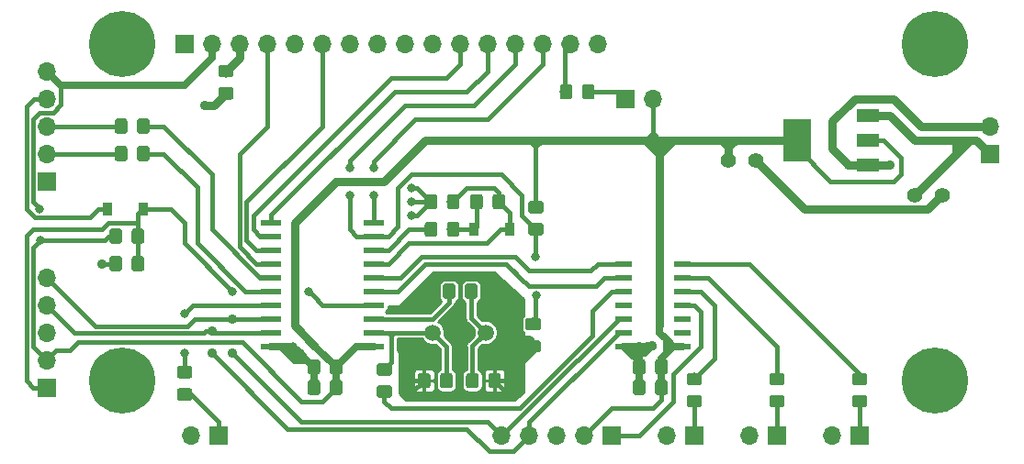
<source format=gbr>
G04 #@! TF.GenerationSoftware,KiCad,Pcbnew,(5.0.1)-4*
G04 #@! TF.CreationDate,2020-04-19T23:52:33+02:00*
G04 #@! TF.ProjectId,Freqmeter_16F18446,467265716D657465725F313646313834,R2*
G04 #@! TF.SameCoordinates,Original*
G04 #@! TF.FileFunction,Copper,L1,Top,Signal*
G04 #@! TF.FilePolarity,Positive*
%FSLAX46Y46*%
G04 Gerber Fmt 4.6, Leading zero omitted, Abs format (unit mm)*
G04 Created by KiCad (PCBNEW (5.0.1)-4) date 19/04/2020 23:52:33*
%MOMM*%
%LPD*%
G01*
G04 APERTURE LIST*
G04 #@! TA.AperFunction,SMDPad,CuDef*
%ADD10R,0.900000X1.200000*%
G04 #@! TD*
G04 #@! TA.AperFunction,SMDPad,CuDef*
%ADD11R,2.100000X1.200000*%
G04 #@! TD*
G04 #@! TA.AperFunction,SMDPad,CuDef*
%ADD12R,2.500000X4.000000*%
G04 #@! TD*
G04 #@! TA.AperFunction,ComponentPad*
%ADD13C,6.096000*%
G04 #@! TD*
G04 #@! TA.AperFunction,ComponentPad*
%ADD14O,1.700000X1.700000*%
G04 #@! TD*
G04 #@! TA.AperFunction,ComponentPad*
%ADD15R,1.700000X1.700000*%
G04 #@! TD*
G04 #@! TA.AperFunction,Conductor*
%ADD16C,0.100000*%
G04 #@! TD*
G04 #@! TA.AperFunction,SMDPad,CuDef*
%ADD17C,1.150000*%
G04 #@! TD*
G04 #@! TA.AperFunction,SMDPad,CuDef*
%ADD18R,1.950000X0.600000*%
G04 #@! TD*
G04 #@! TA.AperFunction,ComponentPad*
%ADD19C,1.500000*%
G04 #@! TD*
G04 #@! TA.AperFunction,ComponentPad*
%ADD20C,1.400000*%
G04 #@! TD*
G04 #@! TA.AperFunction,SMDPad,CuDef*
%ADD21R,1.500000X0.600000*%
G04 #@! TD*
G04 #@! TA.AperFunction,ViaPad*
%ADD22C,0.800000*%
G04 #@! TD*
G04 #@! TA.AperFunction,ViaPad*
%ADD23C,0.889000*%
G04 #@! TD*
G04 #@! TA.AperFunction,Conductor*
%ADD24C,0.381000*%
G04 #@! TD*
G04 #@! TA.AperFunction,Conductor*
%ADD25C,0.635000*%
G04 #@! TD*
G04 #@! TA.AperFunction,Conductor*
%ADD26C,0.762000*%
G04 #@! TD*
G04 #@! TA.AperFunction,Conductor*
%ADD27C,0.254000*%
G04 #@! TD*
G04 APERTURE END LIST*
D10*
G04 #@! TO.P,D1,1*
G04 #@! TO.N,Net-(D1-Pad1)*
X107190000Y-48260000D03*
G04 #@! TO.P,D1,2*
G04 #@! TO.N,MCLR*
X110490000Y-48260000D03*
G04 #@! TD*
D11*
G04 #@! TO.P,U2,GND*
G04 #@! TO.N,GND*
X177292000Y-44196000D03*
G04 #@! TO.P,U2,VI*
G04 #@! TO.N,Net-(C8-Pad1)*
X177292000Y-39624000D03*
G04 #@! TO.P,U2,VO*
G04 #@! TO.N,VDD*
X177292000Y-41910000D03*
D12*
X170790000Y-41910000D03*
G04 #@! TD*
D13*
G04 #@! TO.P,M3,*
G04 #@! TO.N,*
X183515000Y-64135000D03*
G04 #@! TD*
G04 #@! TO.P,M3,*
G04 #@! TO.N,*
X183515000Y-33020000D03*
G04 #@! TD*
G04 #@! TO.P,M3,*
G04 #@! TO.N,*
X108585000Y-33020000D03*
G04 #@! TD*
D14*
G04 #@! TO.P,J1,5*
G04 #@! TO.N,PGC*
X101600000Y-54610000D03*
G04 #@! TO.P,J1,4*
G04 #@! TO.N,PGD*
X101600000Y-57150000D03*
G04 #@! TO.P,J1,3*
G04 #@! TO.N,GND*
X101600000Y-59690000D03*
G04 #@! TO.P,J1,2*
G04 #@! TO.N,VDD*
X101600000Y-62230000D03*
D15*
G04 #@! TO.P,J1,1*
G04 #@! TO.N,MCLR*
X101600000Y-64770000D03*
G04 #@! TD*
D16*
G04 #@! TO.N,CLKOUT*
G04 #@! TO.C,R8*
G36*
X139024505Y-55181204D02*
X139048773Y-55184804D01*
X139072572Y-55190765D01*
X139095671Y-55199030D01*
X139117850Y-55209520D01*
X139138893Y-55222132D01*
X139158599Y-55236747D01*
X139176777Y-55253223D01*
X139193253Y-55271401D01*
X139207868Y-55291107D01*
X139220480Y-55312150D01*
X139230970Y-55334329D01*
X139239235Y-55357428D01*
X139245196Y-55381227D01*
X139248796Y-55405495D01*
X139250000Y-55429999D01*
X139250000Y-56330001D01*
X139248796Y-56354505D01*
X139245196Y-56378773D01*
X139239235Y-56402572D01*
X139230970Y-56425671D01*
X139220480Y-56447850D01*
X139207868Y-56468893D01*
X139193253Y-56488599D01*
X139176777Y-56506777D01*
X139158599Y-56523253D01*
X139138893Y-56537868D01*
X139117850Y-56550480D01*
X139095671Y-56560970D01*
X139072572Y-56569235D01*
X139048773Y-56575196D01*
X139024505Y-56578796D01*
X139000001Y-56580000D01*
X138349999Y-56580000D01*
X138325495Y-56578796D01*
X138301227Y-56575196D01*
X138277428Y-56569235D01*
X138254329Y-56560970D01*
X138232150Y-56550480D01*
X138211107Y-56537868D01*
X138191401Y-56523253D01*
X138173223Y-56506777D01*
X138156747Y-56488599D01*
X138142132Y-56468893D01*
X138129520Y-56447850D01*
X138119030Y-56425671D01*
X138110765Y-56402572D01*
X138104804Y-56378773D01*
X138101204Y-56354505D01*
X138100000Y-56330001D01*
X138100000Y-55429999D01*
X138101204Y-55405495D01*
X138104804Y-55381227D01*
X138110765Y-55357428D01*
X138119030Y-55334329D01*
X138129520Y-55312150D01*
X138142132Y-55291107D01*
X138156747Y-55271401D01*
X138173223Y-55253223D01*
X138191401Y-55236747D01*
X138211107Y-55222132D01*
X138232150Y-55209520D01*
X138254329Y-55199030D01*
X138277428Y-55190765D01*
X138301227Y-55184804D01*
X138325495Y-55181204D01*
X138349999Y-55180000D01*
X139000001Y-55180000D01*
X139024505Y-55181204D01*
X139024505Y-55181204D01*
G37*
D17*
G04 #@! TD*
G04 #@! TO.P,R8,1*
G04 #@! TO.N,CLKOUT*
X138675000Y-55880000D03*
D16*
G04 #@! TO.N,Net-(C3-Pad1)*
G04 #@! TO.C,R8*
G36*
X141074505Y-55181204D02*
X141098773Y-55184804D01*
X141122572Y-55190765D01*
X141145671Y-55199030D01*
X141167850Y-55209520D01*
X141188893Y-55222132D01*
X141208599Y-55236747D01*
X141226777Y-55253223D01*
X141243253Y-55271401D01*
X141257868Y-55291107D01*
X141270480Y-55312150D01*
X141280970Y-55334329D01*
X141289235Y-55357428D01*
X141295196Y-55381227D01*
X141298796Y-55405495D01*
X141300000Y-55429999D01*
X141300000Y-56330001D01*
X141298796Y-56354505D01*
X141295196Y-56378773D01*
X141289235Y-56402572D01*
X141280970Y-56425671D01*
X141270480Y-56447850D01*
X141257868Y-56468893D01*
X141243253Y-56488599D01*
X141226777Y-56506777D01*
X141208599Y-56523253D01*
X141188893Y-56537868D01*
X141167850Y-56550480D01*
X141145671Y-56560970D01*
X141122572Y-56569235D01*
X141098773Y-56575196D01*
X141074505Y-56578796D01*
X141050001Y-56580000D01*
X140399999Y-56580000D01*
X140375495Y-56578796D01*
X140351227Y-56575196D01*
X140327428Y-56569235D01*
X140304329Y-56560970D01*
X140282150Y-56550480D01*
X140261107Y-56537868D01*
X140241401Y-56523253D01*
X140223223Y-56506777D01*
X140206747Y-56488599D01*
X140192132Y-56468893D01*
X140179520Y-56447850D01*
X140169030Y-56425671D01*
X140160765Y-56402572D01*
X140154804Y-56378773D01*
X140151204Y-56354505D01*
X140150000Y-56330001D01*
X140150000Y-55429999D01*
X140151204Y-55405495D01*
X140154804Y-55381227D01*
X140160765Y-55357428D01*
X140169030Y-55334329D01*
X140179520Y-55312150D01*
X140192132Y-55291107D01*
X140206747Y-55271401D01*
X140223223Y-55253223D01*
X140241401Y-55236747D01*
X140261107Y-55222132D01*
X140282150Y-55209520D01*
X140304329Y-55199030D01*
X140327428Y-55190765D01*
X140351227Y-55184804D01*
X140375495Y-55181204D01*
X140399999Y-55180000D01*
X141050001Y-55180000D01*
X141074505Y-55181204D01*
X141074505Y-55181204D01*
G37*
D17*
G04 #@! TD*
G04 #@! TO.P,R8,2*
G04 #@! TO.N,Net-(C3-Pad1)*
X140725000Y-55880000D03*
D16*
G04 #@! TO.N,GND*
G04 #@! TO.C,C1*
G36*
X137364505Y-46926204D02*
X137388773Y-46929804D01*
X137412572Y-46935765D01*
X137435671Y-46944030D01*
X137457850Y-46954520D01*
X137478893Y-46967132D01*
X137498599Y-46981747D01*
X137516777Y-46998223D01*
X137533253Y-47016401D01*
X137547868Y-47036107D01*
X137560480Y-47057150D01*
X137570970Y-47079329D01*
X137579235Y-47102428D01*
X137585196Y-47126227D01*
X137588796Y-47150495D01*
X137590000Y-47174999D01*
X137590000Y-48075001D01*
X137588796Y-48099505D01*
X137585196Y-48123773D01*
X137579235Y-48147572D01*
X137570970Y-48170671D01*
X137560480Y-48192850D01*
X137547868Y-48213893D01*
X137533253Y-48233599D01*
X137516777Y-48251777D01*
X137498599Y-48268253D01*
X137478893Y-48282868D01*
X137457850Y-48295480D01*
X137435671Y-48305970D01*
X137412572Y-48314235D01*
X137388773Y-48320196D01*
X137364505Y-48323796D01*
X137340001Y-48325000D01*
X136689999Y-48325000D01*
X136665495Y-48323796D01*
X136641227Y-48320196D01*
X136617428Y-48314235D01*
X136594329Y-48305970D01*
X136572150Y-48295480D01*
X136551107Y-48282868D01*
X136531401Y-48268253D01*
X136513223Y-48251777D01*
X136496747Y-48233599D01*
X136482132Y-48213893D01*
X136469520Y-48192850D01*
X136459030Y-48170671D01*
X136450765Y-48147572D01*
X136444804Y-48123773D01*
X136441204Y-48099505D01*
X136440000Y-48075001D01*
X136440000Y-47174999D01*
X136441204Y-47150495D01*
X136444804Y-47126227D01*
X136450765Y-47102428D01*
X136459030Y-47079329D01*
X136469520Y-47057150D01*
X136482132Y-47036107D01*
X136496747Y-47016401D01*
X136513223Y-46998223D01*
X136531401Y-46981747D01*
X136551107Y-46967132D01*
X136572150Y-46954520D01*
X136594329Y-46944030D01*
X136617428Y-46935765D01*
X136641227Y-46929804D01*
X136665495Y-46926204D01*
X136689999Y-46925000D01*
X137340001Y-46925000D01*
X137364505Y-46926204D01*
X137364505Y-46926204D01*
G37*
D17*
G04 #@! TD*
G04 #@! TO.P,C1,2*
G04 #@! TO.N,GND*
X137015000Y-47625000D03*
D16*
G04 #@! TO.N,DTIME*
G04 #@! TO.C,C1*
G36*
X139414505Y-46926204D02*
X139438773Y-46929804D01*
X139462572Y-46935765D01*
X139485671Y-46944030D01*
X139507850Y-46954520D01*
X139528893Y-46967132D01*
X139548599Y-46981747D01*
X139566777Y-46998223D01*
X139583253Y-47016401D01*
X139597868Y-47036107D01*
X139610480Y-47057150D01*
X139620970Y-47079329D01*
X139629235Y-47102428D01*
X139635196Y-47126227D01*
X139638796Y-47150495D01*
X139640000Y-47174999D01*
X139640000Y-48075001D01*
X139638796Y-48099505D01*
X139635196Y-48123773D01*
X139629235Y-48147572D01*
X139620970Y-48170671D01*
X139610480Y-48192850D01*
X139597868Y-48213893D01*
X139583253Y-48233599D01*
X139566777Y-48251777D01*
X139548599Y-48268253D01*
X139528893Y-48282868D01*
X139507850Y-48295480D01*
X139485671Y-48305970D01*
X139462572Y-48314235D01*
X139438773Y-48320196D01*
X139414505Y-48323796D01*
X139390001Y-48325000D01*
X138739999Y-48325000D01*
X138715495Y-48323796D01*
X138691227Y-48320196D01*
X138667428Y-48314235D01*
X138644329Y-48305970D01*
X138622150Y-48295480D01*
X138601107Y-48282868D01*
X138581401Y-48268253D01*
X138563223Y-48251777D01*
X138546747Y-48233599D01*
X138532132Y-48213893D01*
X138519520Y-48192850D01*
X138509030Y-48170671D01*
X138500765Y-48147572D01*
X138494804Y-48123773D01*
X138491204Y-48099505D01*
X138490000Y-48075001D01*
X138490000Y-47174999D01*
X138491204Y-47150495D01*
X138494804Y-47126227D01*
X138500765Y-47102428D01*
X138509030Y-47079329D01*
X138519520Y-47057150D01*
X138532132Y-47036107D01*
X138546747Y-47016401D01*
X138563223Y-46998223D01*
X138581401Y-46981747D01*
X138601107Y-46967132D01*
X138622150Y-46954520D01*
X138644329Y-46944030D01*
X138667428Y-46935765D01*
X138691227Y-46929804D01*
X138715495Y-46926204D01*
X138739999Y-46925000D01*
X139390001Y-46925000D01*
X139414505Y-46926204D01*
X139414505Y-46926204D01*
G37*
D17*
G04 #@! TD*
G04 #@! TO.P,C1,1*
G04 #@! TO.N,DTIME*
X139065000Y-47625000D03*
D16*
G04 #@! TO.N,GND*
G04 #@! TO.C,C2*
G36*
X136729505Y-63436204D02*
X136753773Y-63439804D01*
X136777572Y-63445765D01*
X136800671Y-63454030D01*
X136822850Y-63464520D01*
X136843893Y-63477132D01*
X136863599Y-63491747D01*
X136881777Y-63508223D01*
X136898253Y-63526401D01*
X136912868Y-63546107D01*
X136925480Y-63567150D01*
X136935970Y-63589329D01*
X136944235Y-63612428D01*
X136950196Y-63636227D01*
X136953796Y-63660495D01*
X136955000Y-63684999D01*
X136955000Y-64585001D01*
X136953796Y-64609505D01*
X136950196Y-64633773D01*
X136944235Y-64657572D01*
X136935970Y-64680671D01*
X136925480Y-64702850D01*
X136912868Y-64723893D01*
X136898253Y-64743599D01*
X136881777Y-64761777D01*
X136863599Y-64778253D01*
X136843893Y-64792868D01*
X136822850Y-64805480D01*
X136800671Y-64815970D01*
X136777572Y-64824235D01*
X136753773Y-64830196D01*
X136729505Y-64833796D01*
X136705001Y-64835000D01*
X136054999Y-64835000D01*
X136030495Y-64833796D01*
X136006227Y-64830196D01*
X135982428Y-64824235D01*
X135959329Y-64815970D01*
X135937150Y-64805480D01*
X135916107Y-64792868D01*
X135896401Y-64778253D01*
X135878223Y-64761777D01*
X135861747Y-64743599D01*
X135847132Y-64723893D01*
X135834520Y-64702850D01*
X135824030Y-64680671D01*
X135815765Y-64657572D01*
X135809804Y-64633773D01*
X135806204Y-64609505D01*
X135805000Y-64585001D01*
X135805000Y-63684999D01*
X135806204Y-63660495D01*
X135809804Y-63636227D01*
X135815765Y-63612428D01*
X135824030Y-63589329D01*
X135834520Y-63567150D01*
X135847132Y-63546107D01*
X135861747Y-63526401D01*
X135878223Y-63508223D01*
X135896401Y-63491747D01*
X135916107Y-63477132D01*
X135937150Y-63464520D01*
X135959329Y-63454030D01*
X135982428Y-63445765D01*
X136006227Y-63439804D01*
X136030495Y-63436204D01*
X136054999Y-63435000D01*
X136705001Y-63435000D01*
X136729505Y-63436204D01*
X136729505Y-63436204D01*
G37*
D17*
G04 #@! TD*
G04 #@! TO.P,C2,2*
G04 #@! TO.N,GND*
X136380000Y-64135000D03*
D16*
G04 #@! TO.N,CLKIN2*
G04 #@! TO.C,C2*
G36*
X138779505Y-63436204D02*
X138803773Y-63439804D01*
X138827572Y-63445765D01*
X138850671Y-63454030D01*
X138872850Y-63464520D01*
X138893893Y-63477132D01*
X138913599Y-63491747D01*
X138931777Y-63508223D01*
X138948253Y-63526401D01*
X138962868Y-63546107D01*
X138975480Y-63567150D01*
X138985970Y-63589329D01*
X138994235Y-63612428D01*
X139000196Y-63636227D01*
X139003796Y-63660495D01*
X139005000Y-63684999D01*
X139005000Y-64585001D01*
X139003796Y-64609505D01*
X139000196Y-64633773D01*
X138994235Y-64657572D01*
X138985970Y-64680671D01*
X138975480Y-64702850D01*
X138962868Y-64723893D01*
X138948253Y-64743599D01*
X138931777Y-64761777D01*
X138913599Y-64778253D01*
X138893893Y-64792868D01*
X138872850Y-64805480D01*
X138850671Y-64815970D01*
X138827572Y-64824235D01*
X138803773Y-64830196D01*
X138779505Y-64833796D01*
X138755001Y-64835000D01*
X138104999Y-64835000D01*
X138080495Y-64833796D01*
X138056227Y-64830196D01*
X138032428Y-64824235D01*
X138009329Y-64815970D01*
X137987150Y-64805480D01*
X137966107Y-64792868D01*
X137946401Y-64778253D01*
X137928223Y-64761777D01*
X137911747Y-64743599D01*
X137897132Y-64723893D01*
X137884520Y-64702850D01*
X137874030Y-64680671D01*
X137865765Y-64657572D01*
X137859804Y-64633773D01*
X137856204Y-64609505D01*
X137855000Y-64585001D01*
X137855000Y-63684999D01*
X137856204Y-63660495D01*
X137859804Y-63636227D01*
X137865765Y-63612428D01*
X137874030Y-63589329D01*
X137884520Y-63567150D01*
X137897132Y-63546107D01*
X137911747Y-63526401D01*
X137928223Y-63508223D01*
X137946401Y-63491747D01*
X137966107Y-63477132D01*
X137987150Y-63464520D01*
X138009329Y-63454030D01*
X138032428Y-63445765D01*
X138056227Y-63439804D01*
X138080495Y-63436204D01*
X138104999Y-63435000D01*
X138755001Y-63435000D01*
X138779505Y-63436204D01*
X138779505Y-63436204D01*
G37*
D17*
G04 #@! TD*
G04 #@! TO.P,C2,1*
G04 #@! TO.N,CLKIN2*
X138430000Y-64135000D03*
D16*
G04 #@! TO.N,Net-(C3-Pad1)*
G04 #@! TO.C,C3*
G36*
X141174505Y-63436204D02*
X141198773Y-63439804D01*
X141222572Y-63445765D01*
X141245671Y-63454030D01*
X141267850Y-63464520D01*
X141288893Y-63477132D01*
X141308599Y-63491747D01*
X141326777Y-63508223D01*
X141343253Y-63526401D01*
X141357868Y-63546107D01*
X141370480Y-63567150D01*
X141380970Y-63589329D01*
X141389235Y-63612428D01*
X141395196Y-63636227D01*
X141398796Y-63660495D01*
X141400000Y-63684999D01*
X141400000Y-64585001D01*
X141398796Y-64609505D01*
X141395196Y-64633773D01*
X141389235Y-64657572D01*
X141380970Y-64680671D01*
X141370480Y-64702850D01*
X141357868Y-64723893D01*
X141343253Y-64743599D01*
X141326777Y-64761777D01*
X141308599Y-64778253D01*
X141288893Y-64792868D01*
X141267850Y-64805480D01*
X141245671Y-64815970D01*
X141222572Y-64824235D01*
X141198773Y-64830196D01*
X141174505Y-64833796D01*
X141150001Y-64835000D01*
X140499999Y-64835000D01*
X140475495Y-64833796D01*
X140451227Y-64830196D01*
X140427428Y-64824235D01*
X140404329Y-64815970D01*
X140382150Y-64805480D01*
X140361107Y-64792868D01*
X140341401Y-64778253D01*
X140323223Y-64761777D01*
X140306747Y-64743599D01*
X140292132Y-64723893D01*
X140279520Y-64702850D01*
X140269030Y-64680671D01*
X140260765Y-64657572D01*
X140254804Y-64633773D01*
X140251204Y-64609505D01*
X140250000Y-64585001D01*
X140250000Y-63684999D01*
X140251204Y-63660495D01*
X140254804Y-63636227D01*
X140260765Y-63612428D01*
X140269030Y-63589329D01*
X140279520Y-63567150D01*
X140292132Y-63546107D01*
X140306747Y-63526401D01*
X140323223Y-63508223D01*
X140341401Y-63491747D01*
X140361107Y-63477132D01*
X140382150Y-63464520D01*
X140404329Y-63454030D01*
X140427428Y-63445765D01*
X140451227Y-63439804D01*
X140475495Y-63436204D01*
X140499999Y-63435000D01*
X141150001Y-63435000D01*
X141174505Y-63436204D01*
X141174505Y-63436204D01*
G37*
D17*
G04 #@! TD*
G04 #@! TO.P,C3,1*
G04 #@! TO.N,Net-(C3-Pad1)*
X140825000Y-64135000D03*
D16*
G04 #@! TO.N,GND*
G04 #@! TO.C,C3*
G36*
X143224505Y-63436204D02*
X143248773Y-63439804D01*
X143272572Y-63445765D01*
X143295671Y-63454030D01*
X143317850Y-63464520D01*
X143338893Y-63477132D01*
X143358599Y-63491747D01*
X143376777Y-63508223D01*
X143393253Y-63526401D01*
X143407868Y-63546107D01*
X143420480Y-63567150D01*
X143430970Y-63589329D01*
X143439235Y-63612428D01*
X143445196Y-63636227D01*
X143448796Y-63660495D01*
X143450000Y-63684999D01*
X143450000Y-64585001D01*
X143448796Y-64609505D01*
X143445196Y-64633773D01*
X143439235Y-64657572D01*
X143430970Y-64680671D01*
X143420480Y-64702850D01*
X143407868Y-64723893D01*
X143393253Y-64743599D01*
X143376777Y-64761777D01*
X143358599Y-64778253D01*
X143338893Y-64792868D01*
X143317850Y-64805480D01*
X143295671Y-64815970D01*
X143272572Y-64824235D01*
X143248773Y-64830196D01*
X143224505Y-64833796D01*
X143200001Y-64835000D01*
X142549999Y-64835000D01*
X142525495Y-64833796D01*
X142501227Y-64830196D01*
X142477428Y-64824235D01*
X142454329Y-64815970D01*
X142432150Y-64805480D01*
X142411107Y-64792868D01*
X142391401Y-64778253D01*
X142373223Y-64761777D01*
X142356747Y-64743599D01*
X142342132Y-64723893D01*
X142329520Y-64702850D01*
X142319030Y-64680671D01*
X142310765Y-64657572D01*
X142304804Y-64633773D01*
X142301204Y-64609505D01*
X142300000Y-64585001D01*
X142300000Y-63684999D01*
X142301204Y-63660495D01*
X142304804Y-63636227D01*
X142310765Y-63612428D01*
X142319030Y-63589329D01*
X142329520Y-63567150D01*
X142342132Y-63546107D01*
X142356747Y-63526401D01*
X142373223Y-63508223D01*
X142391401Y-63491747D01*
X142411107Y-63477132D01*
X142432150Y-63464520D01*
X142454329Y-63454030D01*
X142477428Y-63445765D01*
X142501227Y-63439804D01*
X142525495Y-63436204D01*
X142549999Y-63435000D01*
X143200001Y-63435000D01*
X143224505Y-63436204D01*
X143224505Y-63436204D01*
G37*
D17*
G04 #@! TD*
G04 #@! TO.P,C3,2*
G04 #@! TO.N,GND*
X142875000Y-64135000D03*
D16*
G04 #@! TO.N,MCLR*
G04 #@! TO.C,C4*
G36*
X110349505Y-52641204D02*
X110373773Y-52644804D01*
X110397572Y-52650765D01*
X110420671Y-52659030D01*
X110442850Y-52669520D01*
X110463893Y-52682132D01*
X110483599Y-52696747D01*
X110501777Y-52713223D01*
X110518253Y-52731401D01*
X110532868Y-52751107D01*
X110545480Y-52772150D01*
X110555970Y-52794329D01*
X110564235Y-52817428D01*
X110570196Y-52841227D01*
X110573796Y-52865495D01*
X110575000Y-52889999D01*
X110575000Y-53790001D01*
X110573796Y-53814505D01*
X110570196Y-53838773D01*
X110564235Y-53862572D01*
X110555970Y-53885671D01*
X110545480Y-53907850D01*
X110532868Y-53928893D01*
X110518253Y-53948599D01*
X110501777Y-53966777D01*
X110483599Y-53983253D01*
X110463893Y-53997868D01*
X110442850Y-54010480D01*
X110420671Y-54020970D01*
X110397572Y-54029235D01*
X110373773Y-54035196D01*
X110349505Y-54038796D01*
X110325001Y-54040000D01*
X109674999Y-54040000D01*
X109650495Y-54038796D01*
X109626227Y-54035196D01*
X109602428Y-54029235D01*
X109579329Y-54020970D01*
X109557150Y-54010480D01*
X109536107Y-53997868D01*
X109516401Y-53983253D01*
X109498223Y-53966777D01*
X109481747Y-53948599D01*
X109467132Y-53928893D01*
X109454520Y-53907850D01*
X109444030Y-53885671D01*
X109435765Y-53862572D01*
X109429804Y-53838773D01*
X109426204Y-53814505D01*
X109425000Y-53790001D01*
X109425000Y-52889999D01*
X109426204Y-52865495D01*
X109429804Y-52841227D01*
X109435765Y-52817428D01*
X109444030Y-52794329D01*
X109454520Y-52772150D01*
X109467132Y-52751107D01*
X109481747Y-52731401D01*
X109498223Y-52713223D01*
X109516401Y-52696747D01*
X109536107Y-52682132D01*
X109557150Y-52669520D01*
X109579329Y-52659030D01*
X109602428Y-52650765D01*
X109626227Y-52644804D01*
X109650495Y-52641204D01*
X109674999Y-52640000D01*
X110325001Y-52640000D01*
X110349505Y-52641204D01*
X110349505Y-52641204D01*
G37*
D17*
G04 #@! TD*
G04 #@! TO.P,C4,1*
G04 #@! TO.N,MCLR*
X110000000Y-53340000D03*
D16*
G04 #@! TO.N,GND*
G04 #@! TO.C,C4*
G36*
X108299505Y-52641204D02*
X108323773Y-52644804D01*
X108347572Y-52650765D01*
X108370671Y-52659030D01*
X108392850Y-52669520D01*
X108413893Y-52682132D01*
X108433599Y-52696747D01*
X108451777Y-52713223D01*
X108468253Y-52731401D01*
X108482868Y-52751107D01*
X108495480Y-52772150D01*
X108505970Y-52794329D01*
X108514235Y-52817428D01*
X108520196Y-52841227D01*
X108523796Y-52865495D01*
X108525000Y-52889999D01*
X108525000Y-53790001D01*
X108523796Y-53814505D01*
X108520196Y-53838773D01*
X108514235Y-53862572D01*
X108505970Y-53885671D01*
X108495480Y-53907850D01*
X108482868Y-53928893D01*
X108468253Y-53948599D01*
X108451777Y-53966777D01*
X108433599Y-53983253D01*
X108413893Y-53997868D01*
X108392850Y-54010480D01*
X108370671Y-54020970D01*
X108347572Y-54029235D01*
X108323773Y-54035196D01*
X108299505Y-54038796D01*
X108275001Y-54040000D01*
X107624999Y-54040000D01*
X107600495Y-54038796D01*
X107576227Y-54035196D01*
X107552428Y-54029235D01*
X107529329Y-54020970D01*
X107507150Y-54010480D01*
X107486107Y-53997868D01*
X107466401Y-53983253D01*
X107448223Y-53966777D01*
X107431747Y-53948599D01*
X107417132Y-53928893D01*
X107404520Y-53907850D01*
X107394030Y-53885671D01*
X107385765Y-53862572D01*
X107379804Y-53838773D01*
X107376204Y-53814505D01*
X107375000Y-53790001D01*
X107375000Y-52889999D01*
X107376204Y-52865495D01*
X107379804Y-52841227D01*
X107385765Y-52817428D01*
X107394030Y-52794329D01*
X107404520Y-52772150D01*
X107417132Y-52751107D01*
X107431747Y-52731401D01*
X107448223Y-52713223D01*
X107466401Y-52696747D01*
X107486107Y-52682132D01*
X107507150Y-52669520D01*
X107529329Y-52659030D01*
X107552428Y-52650765D01*
X107576227Y-52644804D01*
X107600495Y-52641204D01*
X107624999Y-52640000D01*
X108275001Y-52640000D01*
X108299505Y-52641204D01*
X108299505Y-52641204D01*
G37*
D17*
G04 #@! TD*
G04 #@! TO.P,C4,2*
G04 #@! TO.N,GND*
X107950000Y-53340000D03*
D16*
G04 #@! TO.N,VDD*
G04 #@! TO.C,C5*
G36*
X128619505Y-62166204D02*
X128643773Y-62169804D01*
X128667572Y-62175765D01*
X128690671Y-62184030D01*
X128712850Y-62194520D01*
X128733893Y-62207132D01*
X128753599Y-62221747D01*
X128771777Y-62238223D01*
X128788253Y-62256401D01*
X128802868Y-62276107D01*
X128815480Y-62297150D01*
X128825970Y-62319329D01*
X128834235Y-62342428D01*
X128840196Y-62366227D01*
X128843796Y-62390495D01*
X128845000Y-62414999D01*
X128845000Y-63315001D01*
X128843796Y-63339505D01*
X128840196Y-63363773D01*
X128834235Y-63387572D01*
X128825970Y-63410671D01*
X128815480Y-63432850D01*
X128802868Y-63453893D01*
X128788253Y-63473599D01*
X128771777Y-63491777D01*
X128753599Y-63508253D01*
X128733893Y-63522868D01*
X128712850Y-63535480D01*
X128690671Y-63545970D01*
X128667572Y-63554235D01*
X128643773Y-63560196D01*
X128619505Y-63563796D01*
X128595001Y-63565000D01*
X127944999Y-63565000D01*
X127920495Y-63563796D01*
X127896227Y-63560196D01*
X127872428Y-63554235D01*
X127849329Y-63545970D01*
X127827150Y-63535480D01*
X127806107Y-63522868D01*
X127786401Y-63508253D01*
X127768223Y-63491777D01*
X127751747Y-63473599D01*
X127737132Y-63453893D01*
X127724520Y-63432850D01*
X127714030Y-63410671D01*
X127705765Y-63387572D01*
X127699804Y-63363773D01*
X127696204Y-63339505D01*
X127695000Y-63315001D01*
X127695000Y-62414999D01*
X127696204Y-62390495D01*
X127699804Y-62366227D01*
X127705765Y-62342428D01*
X127714030Y-62319329D01*
X127724520Y-62297150D01*
X127737132Y-62276107D01*
X127751747Y-62256401D01*
X127768223Y-62238223D01*
X127786401Y-62221747D01*
X127806107Y-62207132D01*
X127827150Y-62194520D01*
X127849329Y-62184030D01*
X127872428Y-62175765D01*
X127896227Y-62169804D01*
X127920495Y-62166204D01*
X127944999Y-62165000D01*
X128595001Y-62165000D01*
X128619505Y-62166204D01*
X128619505Y-62166204D01*
G37*
D17*
G04 #@! TD*
G04 #@! TO.P,C5,2*
G04 #@! TO.N,VDD*
X128270000Y-62865000D03*
D16*
G04 #@! TO.N,GND*
G04 #@! TO.C,C5*
G36*
X126569505Y-62166204D02*
X126593773Y-62169804D01*
X126617572Y-62175765D01*
X126640671Y-62184030D01*
X126662850Y-62194520D01*
X126683893Y-62207132D01*
X126703599Y-62221747D01*
X126721777Y-62238223D01*
X126738253Y-62256401D01*
X126752868Y-62276107D01*
X126765480Y-62297150D01*
X126775970Y-62319329D01*
X126784235Y-62342428D01*
X126790196Y-62366227D01*
X126793796Y-62390495D01*
X126795000Y-62414999D01*
X126795000Y-63315001D01*
X126793796Y-63339505D01*
X126790196Y-63363773D01*
X126784235Y-63387572D01*
X126775970Y-63410671D01*
X126765480Y-63432850D01*
X126752868Y-63453893D01*
X126738253Y-63473599D01*
X126721777Y-63491777D01*
X126703599Y-63508253D01*
X126683893Y-63522868D01*
X126662850Y-63535480D01*
X126640671Y-63545970D01*
X126617572Y-63554235D01*
X126593773Y-63560196D01*
X126569505Y-63563796D01*
X126545001Y-63565000D01*
X125894999Y-63565000D01*
X125870495Y-63563796D01*
X125846227Y-63560196D01*
X125822428Y-63554235D01*
X125799329Y-63545970D01*
X125777150Y-63535480D01*
X125756107Y-63522868D01*
X125736401Y-63508253D01*
X125718223Y-63491777D01*
X125701747Y-63473599D01*
X125687132Y-63453893D01*
X125674520Y-63432850D01*
X125664030Y-63410671D01*
X125655765Y-63387572D01*
X125649804Y-63363773D01*
X125646204Y-63339505D01*
X125645000Y-63315001D01*
X125645000Y-62414999D01*
X125646204Y-62390495D01*
X125649804Y-62366227D01*
X125655765Y-62342428D01*
X125664030Y-62319329D01*
X125674520Y-62297150D01*
X125687132Y-62276107D01*
X125701747Y-62256401D01*
X125718223Y-62238223D01*
X125736401Y-62221747D01*
X125756107Y-62207132D01*
X125777150Y-62194520D01*
X125799329Y-62184030D01*
X125822428Y-62175765D01*
X125846227Y-62169804D01*
X125870495Y-62166204D01*
X125894999Y-62165000D01*
X126545001Y-62165000D01*
X126569505Y-62166204D01*
X126569505Y-62166204D01*
G37*
D17*
G04 #@! TD*
G04 #@! TO.P,C5,1*
G04 #@! TO.N,GND*
X126220000Y-62865000D03*
D16*
G04 #@! TO.N,Vee*
G04 #@! TO.C,C6*
G36*
X118584505Y-34986204D02*
X118608773Y-34989804D01*
X118632572Y-34995765D01*
X118655671Y-35004030D01*
X118677850Y-35014520D01*
X118698893Y-35027132D01*
X118718599Y-35041747D01*
X118736777Y-35058223D01*
X118753253Y-35076401D01*
X118767868Y-35096107D01*
X118780480Y-35117150D01*
X118790970Y-35139329D01*
X118799235Y-35162428D01*
X118805196Y-35186227D01*
X118808796Y-35210495D01*
X118810000Y-35234999D01*
X118810000Y-35885001D01*
X118808796Y-35909505D01*
X118805196Y-35933773D01*
X118799235Y-35957572D01*
X118790970Y-35980671D01*
X118780480Y-36002850D01*
X118767868Y-36023893D01*
X118753253Y-36043599D01*
X118736777Y-36061777D01*
X118718599Y-36078253D01*
X118698893Y-36092868D01*
X118677850Y-36105480D01*
X118655671Y-36115970D01*
X118632572Y-36124235D01*
X118608773Y-36130196D01*
X118584505Y-36133796D01*
X118560001Y-36135000D01*
X117659999Y-36135000D01*
X117635495Y-36133796D01*
X117611227Y-36130196D01*
X117587428Y-36124235D01*
X117564329Y-36115970D01*
X117542150Y-36105480D01*
X117521107Y-36092868D01*
X117501401Y-36078253D01*
X117483223Y-36061777D01*
X117466747Y-36043599D01*
X117452132Y-36023893D01*
X117439520Y-36002850D01*
X117429030Y-35980671D01*
X117420765Y-35957572D01*
X117414804Y-35933773D01*
X117411204Y-35909505D01*
X117410000Y-35885001D01*
X117410000Y-35234999D01*
X117411204Y-35210495D01*
X117414804Y-35186227D01*
X117420765Y-35162428D01*
X117429030Y-35139329D01*
X117439520Y-35117150D01*
X117452132Y-35096107D01*
X117466747Y-35076401D01*
X117483223Y-35058223D01*
X117501401Y-35041747D01*
X117521107Y-35027132D01*
X117542150Y-35014520D01*
X117564329Y-35004030D01*
X117587428Y-34995765D01*
X117611227Y-34989804D01*
X117635495Y-34986204D01*
X117659999Y-34985000D01*
X118560001Y-34985000D01*
X118584505Y-34986204D01*
X118584505Y-34986204D01*
G37*
D17*
G04 #@! TD*
G04 #@! TO.P,C6,1*
G04 #@! TO.N,Vee*
X118110000Y-35560000D03*
D16*
G04 #@! TO.N,GND*
G04 #@! TO.C,C6*
G36*
X118584505Y-37036204D02*
X118608773Y-37039804D01*
X118632572Y-37045765D01*
X118655671Y-37054030D01*
X118677850Y-37064520D01*
X118698893Y-37077132D01*
X118718599Y-37091747D01*
X118736777Y-37108223D01*
X118753253Y-37126401D01*
X118767868Y-37146107D01*
X118780480Y-37167150D01*
X118790970Y-37189329D01*
X118799235Y-37212428D01*
X118805196Y-37236227D01*
X118808796Y-37260495D01*
X118810000Y-37284999D01*
X118810000Y-37935001D01*
X118808796Y-37959505D01*
X118805196Y-37983773D01*
X118799235Y-38007572D01*
X118790970Y-38030671D01*
X118780480Y-38052850D01*
X118767868Y-38073893D01*
X118753253Y-38093599D01*
X118736777Y-38111777D01*
X118718599Y-38128253D01*
X118698893Y-38142868D01*
X118677850Y-38155480D01*
X118655671Y-38165970D01*
X118632572Y-38174235D01*
X118608773Y-38180196D01*
X118584505Y-38183796D01*
X118560001Y-38185000D01*
X117659999Y-38185000D01*
X117635495Y-38183796D01*
X117611227Y-38180196D01*
X117587428Y-38174235D01*
X117564329Y-38165970D01*
X117542150Y-38155480D01*
X117521107Y-38142868D01*
X117501401Y-38128253D01*
X117483223Y-38111777D01*
X117466747Y-38093599D01*
X117452132Y-38073893D01*
X117439520Y-38052850D01*
X117429030Y-38030671D01*
X117420765Y-38007572D01*
X117414804Y-37983773D01*
X117411204Y-37959505D01*
X117410000Y-37935001D01*
X117410000Y-37284999D01*
X117411204Y-37260495D01*
X117414804Y-37236227D01*
X117420765Y-37212428D01*
X117429030Y-37189329D01*
X117439520Y-37167150D01*
X117452132Y-37146107D01*
X117466747Y-37126401D01*
X117483223Y-37108223D01*
X117501401Y-37091747D01*
X117521107Y-37077132D01*
X117542150Y-37064520D01*
X117564329Y-37054030D01*
X117587428Y-37045765D01*
X117611227Y-37039804D01*
X117635495Y-37036204D01*
X117659999Y-37035000D01*
X118560001Y-37035000D01*
X118584505Y-37036204D01*
X118584505Y-37036204D01*
G37*
D17*
G04 #@! TD*
G04 #@! TO.P,C6,2*
G04 #@! TO.N,GND*
X118110000Y-37610000D03*
D16*
G04 #@! TO.N,GND*
G04 #@! TO.C,C7*
G36*
X126569505Y-64071204D02*
X126593773Y-64074804D01*
X126617572Y-64080765D01*
X126640671Y-64089030D01*
X126662850Y-64099520D01*
X126683893Y-64112132D01*
X126703599Y-64126747D01*
X126721777Y-64143223D01*
X126738253Y-64161401D01*
X126752868Y-64181107D01*
X126765480Y-64202150D01*
X126775970Y-64224329D01*
X126784235Y-64247428D01*
X126790196Y-64271227D01*
X126793796Y-64295495D01*
X126795000Y-64319999D01*
X126795000Y-65220001D01*
X126793796Y-65244505D01*
X126790196Y-65268773D01*
X126784235Y-65292572D01*
X126775970Y-65315671D01*
X126765480Y-65337850D01*
X126752868Y-65358893D01*
X126738253Y-65378599D01*
X126721777Y-65396777D01*
X126703599Y-65413253D01*
X126683893Y-65427868D01*
X126662850Y-65440480D01*
X126640671Y-65450970D01*
X126617572Y-65459235D01*
X126593773Y-65465196D01*
X126569505Y-65468796D01*
X126545001Y-65470000D01*
X125894999Y-65470000D01*
X125870495Y-65468796D01*
X125846227Y-65465196D01*
X125822428Y-65459235D01*
X125799329Y-65450970D01*
X125777150Y-65440480D01*
X125756107Y-65427868D01*
X125736401Y-65413253D01*
X125718223Y-65396777D01*
X125701747Y-65378599D01*
X125687132Y-65358893D01*
X125674520Y-65337850D01*
X125664030Y-65315671D01*
X125655765Y-65292572D01*
X125649804Y-65268773D01*
X125646204Y-65244505D01*
X125645000Y-65220001D01*
X125645000Y-64319999D01*
X125646204Y-64295495D01*
X125649804Y-64271227D01*
X125655765Y-64247428D01*
X125664030Y-64224329D01*
X125674520Y-64202150D01*
X125687132Y-64181107D01*
X125701747Y-64161401D01*
X125718223Y-64143223D01*
X125736401Y-64126747D01*
X125756107Y-64112132D01*
X125777150Y-64099520D01*
X125799329Y-64089030D01*
X125822428Y-64080765D01*
X125846227Y-64074804D01*
X125870495Y-64071204D01*
X125894999Y-64070000D01*
X126545001Y-64070000D01*
X126569505Y-64071204D01*
X126569505Y-64071204D01*
G37*
D17*
G04 #@! TD*
G04 #@! TO.P,C7,1*
G04 #@! TO.N,GND*
X126220000Y-64770000D03*
D16*
G04 #@! TO.N,VDD*
G04 #@! TO.C,C7*
G36*
X128619505Y-64071204D02*
X128643773Y-64074804D01*
X128667572Y-64080765D01*
X128690671Y-64089030D01*
X128712850Y-64099520D01*
X128733893Y-64112132D01*
X128753599Y-64126747D01*
X128771777Y-64143223D01*
X128788253Y-64161401D01*
X128802868Y-64181107D01*
X128815480Y-64202150D01*
X128825970Y-64224329D01*
X128834235Y-64247428D01*
X128840196Y-64271227D01*
X128843796Y-64295495D01*
X128845000Y-64319999D01*
X128845000Y-65220001D01*
X128843796Y-65244505D01*
X128840196Y-65268773D01*
X128834235Y-65292572D01*
X128825970Y-65315671D01*
X128815480Y-65337850D01*
X128802868Y-65358893D01*
X128788253Y-65378599D01*
X128771777Y-65396777D01*
X128753599Y-65413253D01*
X128733893Y-65427868D01*
X128712850Y-65440480D01*
X128690671Y-65450970D01*
X128667572Y-65459235D01*
X128643773Y-65465196D01*
X128619505Y-65468796D01*
X128595001Y-65470000D01*
X127944999Y-65470000D01*
X127920495Y-65468796D01*
X127896227Y-65465196D01*
X127872428Y-65459235D01*
X127849329Y-65450970D01*
X127827150Y-65440480D01*
X127806107Y-65427868D01*
X127786401Y-65413253D01*
X127768223Y-65396777D01*
X127751747Y-65378599D01*
X127737132Y-65358893D01*
X127724520Y-65337850D01*
X127714030Y-65315671D01*
X127705765Y-65292572D01*
X127699804Y-65268773D01*
X127696204Y-65244505D01*
X127695000Y-65220001D01*
X127695000Y-64319999D01*
X127696204Y-64295495D01*
X127699804Y-64271227D01*
X127705765Y-64247428D01*
X127714030Y-64224329D01*
X127724520Y-64202150D01*
X127737132Y-64181107D01*
X127751747Y-64161401D01*
X127768223Y-64143223D01*
X127786401Y-64126747D01*
X127806107Y-64112132D01*
X127827150Y-64099520D01*
X127849329Y-64089030D01*
X127872428Y-64080765D01*
X127896227Y-64074804D01*
X127920495Y-64071204D01*
X127944999Y-64070000D01*
X128595001Y-64070000D01*
X128619505Y-64071204D01*
X128619505Y-64071204D01*
G37*
D17*
G04 #@! TD*
G04 #@! TO.P,C7,2*
G04 #@! TO.N,VDD*
X128270000Y-64770000D03*
D15*
G04 #@! TO.P,J2,1*
G04 #@! TO.N,GND*
X101600000Y-45720000D03*
D14*
G04 #@! TO.P,J2,2*
G04 #@! TO.N,Net-(J2-Pad2)*
X101600000Y-43180000D03*
G04 #@! TO.P,J2,3*
G04 #@! TO.N,Net-(J2-Pad3)*
X101600000Y-40640000D03*
G04 #@! TO.P,J2,4*
G04 #@! TO.N,Net-(D1-Pad1)*
X101600000Y-38100000D03*
G04 #@! TO.P,J2,5*
G04 #@! TO.N,VDD*
X101600000Y-35560000D03*
G04 #@! TD*
D16*
G04 #@! TO.N,Net-(D2-Pad2)*
G04 #@! TO.C,R1*
G36*
X139414505Y-49466204D02*
X139438773Y-49469804D01*
X139462572Y-49475765D01*
X139485671Y-49484030D01*
X139507850Y-49494520D01*
X139528893Y-49507132D01*
X139548599Y-49521747D01*
X139566777Y-49538223D01*
X139583253Y-49556401D01*
X139597868Y-49576107D01*
X139610480Y-49597150D01*
X139620970Y-49619329D01*
X139629235Y-49642428D01*
X139635196Y-49666227D01*
X139638796Y-49690495D01*
X139640000Y-49714999D01*
X139640000Y-50615001D01*
X139638796Y-50639505D01*
X139635196Y-50663773D01*
X139629235Y-50687572D01*
X139620970Y-50710671D01*
X139610480Y-50732850D01*
X139597868Y-50753893D01*
X139583253Y-50773599D01*
X139566777Y-50791777D01*
X139548599Y-50808253D01*
X139528893Y-50822868D01*
X139507850Y-50835480D01*
X139485671Y-50845970D01*
X139462572Y-50854235D01*
X139438773Y-50860196D01*
X139414505Y-50863796D01*
X139390001Y-50865000D01*
X138739999Y-50865000D01*
X138715495Y-50863796D01*
X138691227Y-50860196D01*
X138667428Y-50854235D01*
X138644329Y-50845970D01*
X138622150Y-50835480D01*
X138601107Y-50822868D01*
X138581401Y-50808253D01*
X138563223Y-50791777D01*
X138546747Y-50773599D01*
X138532132Y-50753893D01*
X138519520Y-50732850D01*
X138509030Y-50710671D01*
X138500765Y-50687572D01*
X138494804Y-50663773D01*
X138491204Y-50639505D01*
X138490000Y-50615001D01*
X138490000Y-49714999D01*
X138491204Y-49690495D01*
X138494804Y-49666227D01*
X138500765Y-49642428D01*
X138509030Y-49619329D01*
X138519520Y-49597150D01*
X138532132Y-49576107D01*
X138546747Y-49556401D01*
X138563223Y-49538223D01*
X138581401Y-49521747D01*
X138601107Y-49507132D01*
X138622150Y-49494520D01*
X138644329Y-49484030D01*
X138667428Y-49475765D01*
X138691227Y-49469804D01*
X138715495Y-49466204D01*
X138739999Y-49465000D01*
X139390001Y-49465000D01*
X139414505Y-49466204D01*
X139414505Y-49466204D01*
G37*
D17*
G04 #@! TD*
G04 #@! TO.P,R1,2*
G04 #@! TO.N,Net-(D2-Pad2)*
X139065000Y-50165000D03*
D16*
G04 #@! TO.N,DISP*
G04 #@! TO.C,R1*
G36*
X137364505Y-49466204D02*
X137388773Y-49469804D01*
X137412572Y-49475765D01*
X137435671Y-49484030D01*
X137457850Y-49494520D01*
X137478893Y-49507132D01*
X137498599Y-49521747D01*
X137516777Y-49538223D01*
X137533253Y-49556401D01*
X137547868Y-49576107D01*
X137560480Y-49597150D01*
X137570970Y-49619329D01*
X137579235Y-49642428D01*
X137585196Y-49666227D01*
X137588796Y-49690495D01*
X137590000Y-49714999D01*
X137590000Y-50615001D01*
X137588796Y-50639505D01*
X137585196Y-50663773D01*
X137579235Y-50687572D01*
X137570970Y-50710671D01*
X137560480Y-50732850D01*
X137547868Y-50753893D01*
X137533253Y-50773599D01*
X137516777Y-50791777D01*
X137498599Y-50808253D01*
X137478893Y-50822868D01*
X137457850Y-50835480D01*
X137435671Y-50845970D01*
X137412572Y-50854235D01*
X137388773Y-50860196D01*
X137364505Y-50863796D01*
X137340001Y-50865000D01*
X136689999Y-50865000D01*
X136665495Y-50863796D01*
X136641227Y-50860196D01*
X136617428Y-50854235D01*
X136594329Y-50845970D01*
X136572150Y-50835480D01*
X136551107Y-50822868D01*
X136531401Y-50808253D01*
X136513223Y-50791777D01*
X136496747Y-50773599D01*
X136482132Y-50753893D01*
X136469520Y-50732850D01*
X136459030Y-50710671D01*
X136450765Y-50687572D01*
X136444804Y-50663773D01*
X136441204Y-50639505D01*
X136440000Y-50615001D01*
X136440000Y-49714999D01*
X136441204Y-49690495D01*
X136444804Y-49666227D01*
X136450765Y-49642428D01*
X136459030Y-49619329D01*
X136469520Y-49597150D01*
X136482132Y-49576107D01*
X136496747Y-49556401D01*
X136513223Y-49538223D01*
X136531401Y-49521747D01*
X136551107Y-49507132D01*
X136572150Y-49494520D01*
X136594329Y-49484030D01*
X136617428Y-49475765D01*
X136641227Y-49469804D01*
X136665495Y-49466204D01*
X136689999Y-49465000D01*
X137340001Y-49465000D01*
X137364505Y-49466204D01*
X137364505Y-49466204D01*
G37*
D17*
G04 #@! TD*
G04 #@! TO.P,R1,1*
G04 #@! TO.N,DISP*
X137015000Y-50165000D03*
D16*
G04 #@! TO.N,INPUT_A*
G04 #@! TO.C,R2*
G36*
X169384505Y-63416204D02*
X169408773Y-63419804D01*
X169432572Y-63425765D01*
X169455671Y-63434030D01*
X169477850Y-63444520D01*
X169498893Y-63457132D01*
X169518599Y-63471747D01*
X169536777Y-63488223D01*
X169553253Y-63506401D01*
X169567868Y-63526107D01*
X169580480Y-63547150D01*
X169590970Y-63569329D01*
X169599235Y-63592428D01*
X169605196Y-63616227D01*
X169608796Y-63640495D01*
X169610000Y-63664999D01*
X169610000Y-64315001D01*
X169608796Y-64339505D01*
X169605196Y-64363773D01*
X169599235Y-64387572D01*
X169590970Y-64410671D01*
X169580480Y-64432850D01*
X169567868Y-64453893D01*
X169553253Y-64473599D01*
X169536777Y-64491777D01*
X169518599Y-64508253D01*
X169498893Y-64522868D01*
X169477850Y-64535480D01*
X169455671Y-64545970D01*
X169432572Y-64554235D01*
X169408773Y-64560196D01*
X169384505Y-64563796D01*
X169360001Y-64565000D01*
X168459999Y-64565000D01*
X168435495Y-64563796D01*
X168411227Y-64560196D01*
X168387428Y-64554235D01*
X168364329Y-64545970D01*
X168342150Y-64535480D01*
X168321107Y-64522868D01*
X168301401Y-64508253D01*
X168283223Y-64491777D01*
X168266747Y-64473599D01*
X168252132Y-64453893D01*
X168239520Y-64432850D01*
X168229030Y-64410671D01*
X168220765Y-64387572D01*
X168214804Y-64363773D01*
X168211204Y-64339505D01*
X168210000Y-64315001D01*
X168210000Y-63664999D01*
X168211204Y-63640495D01*
X168214804Y-63616227D01*
X168220765Y-63592428D01*
X168229030Y-63569329D01*
X168239520Y-63547150D01*
X168252132Y-63526107D01*
X168266747Y-63506401D01*
X168283223Y-63488223D01*
X168301401Y-63471747D01*
X168321107Y-63457132D01*
X168342150Y-63444520D01*
X168364329Y-63434030D01*
X168387428Y-63425765D01*
X168411227Y-63419804D01*
X168435495Y-63416204D01*
X168459999Y-63415000D01*
X169360001Y-63415000D01*
X169384505Y-63416204D01*
X169384505Y-63416204D01*
G37*
D17*
G04 #@! TD*
G04 #@! TO.P,R2,1*
G04 #@! TO.N,INPUT_A*
X168910000Y-63990000D03*
D16*
G04 #@! TO.N,Net-(J4-Pad1)*
G04 #@! TO.C,R2*
G36*
X169384505Y-65466204D02*
X169408773Y-65469804D01*
X169432572Y-65475765D01*
X169455671Y-65484030D01*
X169477850Y-65494520D01*
X169498893Y-65507132D01*
X169518599Y-65521747D01*
X169536777Y-65538223D01*
X169553253Y-65556401D01*
X169567868Y-65576107D01*
X169580480Y-65597150D01*
X169590970Y-65619329D01*
X169599235Y-65642428D01*
X169605196Y-65666227D01*
X169608796Y-65690495D01*
X169610000Y-65714999D01*
X169610000Y-66365001D01*
X169608796Y-66389505D01*
X169605196Y-66413773D01*
X169599235Y-66437572D01*
X169590970Y-66460671D01*
X169580480Y-66482850D01*
X169567868Y-66503893D01*
X169553253Y-66523599D01*
X169536777Y-66541777D01*
X169518599Y-66558253D01*
X169498893Y-66572868D01*
X169477850Y-66585480D01*
X169455671Y-66595970D01*
X169432572Y-66604235D01*
X169408773Y-66610196D01*
X169384505Y-66613796D01*
X169360001Y-66615000D01*
X168459999Y-66615000D01*
X168435495Y-66613796D01*
X168411227Y-66610196D01*
X168387428Y-66604235D01*
X168364329Y-66595970D01*
X168342150Y-66585480D01*
X168321107Y-66572868D01*
X168301401Y-66558253D01*
X168283223Y-66541777D01*
X168266747Y-66523599D01*
X168252132Y-66503893D01*
X168239520Y-66482850D01*
X168229030Y-66460671D01*
X168220765Y-66437572D01*
X168214804Y-66413773D01*
X168211204Y-66389505D01*
X168210000Y-66365001D01*
X168210000Y-65714999D01*
X168211204Y-65690495D01*
X168214804Y-65666227D01*
X168220765Y-65642428D01*
X168229030Y-65619329D01*
X168239520Y-65597150D01*
X168252132Y-65576107D01*
X168266747Y-65556401D01*
X168283223Y-65538223D01*
X168301401Y-65521747D01*
X168321107Y-65507132D01*
X168342150Y-65494520D01*
X168364329Y-65484030D01*
X168387428Y-65475765D01*
X168411227Y-65469804D01*
X168435495Y-65466204D01*
X168459999Y-65465000D01*
X169360001Y-65465000D01*
X169384505Y-65466204D01*
X169384505Y-65466204D01*
G37*
D17*
G04 #@! TD*
G04 #@! TO.P,R2,2*
G04 #@! TO.N,Net-(J4-Pad1)*
X168910000Y-66040000D03*
D16*
G04 #@! TO.N,INPUT_B*
G04 #@! TO.C,R3*
G36*
X177004505Y-63416204D02*
X177028773Y-63419804D01*
X177052572Y-63425765D01*
X177075671Y-63434030D01*
X177097850Y-63444520D01*
X177118893Y-63457132D01*
X177138599Y-63471747D01*
X177156777Y-63488223D01*
X177173253Y-63506401D01*
X177187868Y-63526107D01*
X177200480Y-63547150D01*
X177210970Y-63569329D01*
X177219235Y-63592428D01*
X177225196Y-63616227D01*
X177228796Y-63640495D01*
X177230000Y-63664999D01*
X177230000Y-64315001D01*
X177228796Y-64339505D01*
X177225196Y-64363773D01*
X177219235Y-64387572D01*
X177210970Y-64410671D01*
X177200480Y-64432850D01*
X177187868Y-64453893D01*
X177173253Y-64473599D01*
X177156777Y-64491777D01*
X177138599Y-64508253D01*
X177118893Y-64522868D01*
X177097850Y-64535480D01*
X177075671Y-64545970D01*
X177052572Y-64554235D01*
X177028773Y-64560196D01*
X177004505Y-64563796D01*
X176980001Y-64565000D01*
X176079999Y-64565000D01*
X176055495Y-64563796D01*
X176031227Y-64560196D01*
X176007428Y-64554235D01*
X175984329Y-64545970D01*
X175962150Y-64535480D01*
X175941107Y-64522868D01*
X175921401Y-64508253D01*
X175903223Y-64491777D01*
X175886747Y-64473599D01*
X175872132Y-64453893D01*
X175859520Y-64432850D01*
X175849030Y-64410671D01*
X175840765Y-64387572D01*
X175834804Y-64363773D01*
X175831204Y-64339505D01*
X175830000Y-64315001D01*
X175830000Y-63664999D01*
X175831204Y-63640495D01*
X175834804Y-63616227D01*
X175840765Y-63592428D01*
X175849030Y-63569329D01*
X175859520Y-63547150D01*
X175872132Y-63526107D01*
X175886747Y-63506401D01*
X175903223Y-63488223D01*
X175921401Y-63471747D01*
X175941107Y-63457132D01*
X175962150Y-63444520D01*
X175984329Y-63434030D01*
X176007428Y-63425765D01*
X176031227Y-63419804D01*
X176055495Y-63416204D01*
X176079999Y-63415000D01*
X176980001Y-63415000D01*
X177004505Y-63416204D01*
X177004505Y-63416204D01*
G37*
D17*
G04 #@! TD*
G04 #@! TO.P,R3,1*
G04 #@! TO.N,INPUT_B*
X176530000Y-63990000D03*
D16*
G04 #@! TO.N,Net-(J5-Pad1)*
G04 #@! TO.C,R3*
G36*
X177004505Y-65466204D02*
X177028773Y-65469804D01*
X177052572Y-65475765D01*
X177075671Y-65484030D01*
X177097850Y-65494520D01*
X177118893Y-65507132D01*
X177138599Y-65521747D01*
X177156777Y-65538223D01*
X177173253Y-65556401D01*
X177187868Y-65576107D01*
X177200480Y-65597150D01*
X177210970Y-65619329D01*
X177219235Y-65642428D01*
X177225196Y-65666227D01*
X177228796Y-65690495D01*
X177230000Y-65714999D01*
X177230000Y-66365001D01*
X177228796Y-66389505D01*
X177225196Y-66413773D01*
X177219235Y-66437572D01*
X177210970Y-66460671D01*
X177200480Y-66482850D01*
X177187868Y-66503893D01*
X177173253Y-66523599D01*
X177156777Y-66541777D01*
X177138599Y-66558253D01*
X177118893Y-66572868D01*
X177097850Y-66585480D01*
X177075671Y-66595970D01*
X177052572Y-66604235D01*
X177028773Y-66610196D01*
X177004505Y-66613796D01*
X176980001Y-66615000D01*
X176079999Y-66615000D01*
X176055495Y-66613796D01*
X176031227Y-66610196D01*
X176007428Y-66604235D01*
X175984329Y-66595970D01*
X175962150Y-66585480D01*
X175941107Y-66572868D01*
X175921401Y-66558253D01*
X175903223Y-66541777D01*
X175886747Y-66523599D01*
X175872132Y-66503893D01*
X175859520Y-66482850D01*
X175849030Y-66460671D01*
X175840765Y-66437572D01*
X175834804Y-66413773D01*
X175831204Y-66389505D01*
X175830000Y-66365001D01*
X175830000Y-65714999D01*
X175831204Y-65690495D01*
X175834804Y-65666227D01*
X175840765Y-65642428D01*
X175849030Y-65619329D01*
X175859520Y-65597150D01*
X175872132Y-65576107D01*
X175886747Y-65556401D01*
X175903223Y-65538223D01*
X175921401Y-65521747D01*
X175941107Y-65507132D01*
X175962150Y-65494520D01*
X175984329Y-65484030D01*
X176007428Y-65475765D01*
X176031227Y-65469804D01*
X176055495Y-65466204D01*
X176079999Y-65465000D01*
X176980001Y-65465000D01*
X177004505Y-65466204D01*
X177004505Y-65466204D01*
G37*
D17*
G04 #@! TD*
G04 #@! TO.P,R3,2*
G04 #@! TO.N,Net-(J5-Pad1)*
X176530000Y-66040000D03*
D16*
G04 #@! TO.N,Net-(J6-Pad1)*
G04 #@! TO.C,R4*
G36*
X114774505Y-64831204D02*
X114798773Y-64834804D01*
X114822572Y-64840765D01*
X114845671Y-64849030D01*
X114867850Y-64859520D01*
X114888893Y-64872132D01*
X114908599Y-64886747D01*
X114926777Y-64903223D01*
X114943253Y-64921401D01*
X114957868Y-64941107D01*
X114970480Y-64962150D01*
X114980970Y-64984329D01*
X114989235Y-65007428D01*
X114995196Y-65031227D01*
X114998796Y-65055495D01*
X115000000Y-65079999D01*
X115000000Y-65730001D01*
X114998796Y-65754505D01*
X114995196Y-65778773D01*
X114989235Y-65802572D01*
X114980970Y-65825671D01*
X114970480Y-65847850D01*
X114957868Y-65868893D01*
X114943253Y-65888599D01*
X114926777Y-65906777D01*
X114908599Y-65923253D01*
X114888893Y-65937868D01*
X114867850Y-65950480D01*
X114845671Y-65960970D01*
X114822572Y-65969235D01*
X114798773Y-65975196D01*
X114774505Y-65978796D01*
X114750001Y-65980000D01*
X113849999Y-65980000D01*
X113825495Y-65978796D01*
X113801227Y-65975196D01*
X113777428Y-65969235D01*
X113754329Y-65960970D01*
X113732150Y-65950480D01*
X113711107Y-65937868D01*
X113691401Y-65923253D01*
X113673223Y-65906777D01*
X113656747Y-65888599D01*
X113642132Y-65868893D01*
X113629520Y-65847850D01*
X113619030Y-65825671D01*
X113610765Y-65802572D01*
X113604804Y-65778773D01*
X113601204Y-65754505D01*
X113600000Y-65730001D01*
X113600000Y-65079999D01*
X113601204Y-65055495D01*
X113604804Y-65031227D01*
X113610765Y-65007428D01*
X113619030Y-64984329D01*
X113629520Y-64962150D01*
X113642132Y-64941107D01*
X113656747Y-64921401D01*
X113673223Y-64903223D01*
X113691401Y-64886747D01*
X113711107Y-64872132D01*
X113732150Y-64859520D01*
X113754329Y-64849030D01*
X113777428Y-64840765D01*
X113801227Y-64834804D01*
X113825495Y-64831204D01*
X113849999Y-64830000D01*
X114750001Y-64830000D01*
X114774505Y-64831204D01*
X114774505Y-64831204D01*
G37*
D17*
G04 #@! TD*
G04 #@! TO.P,R4,2*
G04 #@! TO.N,Net-(J6-Pad1)*
X114300000Y-65405000D03*
D16*
G04 #@! TO.N,ZCD*
G04 #@! TO.C,R4*
G36*
X114774505Y-62781204D02*
X114798773Y-62784804D01*
X114822572Y-62790765D01*
X114845671Y-62799030D01*
X114867850Y-62809520D01*
X114888893Y-62822132D01*
X114908599Y-62836747D01*
X114926777Y-62853223D01*
X114943253Y-62871401D01*
X114957868Y-62891107D01*
X114970480Y-62912150D01*
X114980970Y-62934329D01*
X114989235Y-62957428D01*
X114995196Y-62981227D01*
X114998796Y-63005495D01*
X115000000Y-63029999D01*
X115000000Y-63680001D01*
X114998796Y-63704505D01*
X114995196Y-63728773D01*
X114989235Y-63752572D01*
X114980970Y-63775671D01*
X114970480Y-63797850D01*
X114957868Y-63818893D01*
X114943253Y-63838599D01*
X114926777Y-63856777D01*
X114908599Y-63873253D01*
X114888893Y-63887868D01*
X114867850Y-63900480D01*
X114845671Y-63910970D01*
X114822572Y-63919235D01*
X114798773Y-63925196D01*
X114774505Y-63928796D01*
X114750001Y-63930000D01*
X113849999Y-63930000D01*
X113825495Y-63928796D01*
X113801227Y-63925196D01*
X113777428Y-63919235D01*
X113754329Y-63910970D01*
X113732150Y-63900480D01*
X113711107Y-63887868D01*
X113691401Y-63873253D01*
X113673223Y-63856777D01*
X113656747Y-63838599D01*
X113642132Y-63818893D01*
X113629520Y-63797850D01*
X113619030Y-63775671D01*
X113610765Y-63752572D01*
X113604804Y-63728773D01*
X113601204Y-63704505D01*
X113600000Y-63680001D01*
X113600000Y-63029999D01*
X113601204Y-63005495D01*
X113604804Y-62981227D01*
X113610765Y-62957428D01*
X113619030Y-62934329D01*
X113629520Y-62912150D01*
X113642132Y-62891107D01*
X113656747Y-62871401D01*
X113673223Y-62853223D01*
X113691401Y-62836747D01*
X113711107Y-62822132D01*
X113732150Y-62809520D01*
X113754329Y-62799030D01*
X113777428Y-62790765D01*
X113801227Y-62784804D01*
X113825495Y-62781204D01*
X113849999Y-62780000D01*
X114750001Y-62780000D01*
X114774505Y-62781204D01*
X114774505Y-62781204D01*
G37*
D17*
G04 #@! TD*
G04 #@! TO.P,R4,1*
G04 #@! TO.N,ZCD*
X114300000Y-63355000D03*
D16*
G04 #@! TO.N,VDD*
G04 #@! TO.C,R5*
G36*
X108299505Y-50101204D02*
X108323773Y-50104804D01*
X108347572Y-50110765D01*
X108370671Y-50119030D01*
X108392850Y-50129520D01*
X108413893Y-50142132D01*
X108433599Y-50156747D01*
X108451777Y-50173223D01*
X108468253Y-50191401D01*
X108482868Y-50211107D01*
X108495480Y-50232150D01*
X108505970Y-50254329D01*
X108514235Y-50277428D01*
X108520196Y-50301227D01*
X108523796Y-50325495D01*
X108525000Y-50349999D01*
X108525000Y-51250001D01*
X108523796Y-51274505D01*
X108520196Y-51298773D01*
X108514235Y-51322572D01*
X108505970Y-51345671D01*
X108495480Y-51367850D01*
X108482868Y-51388893D01*
X108468253Y-51408599D01*
X108451777Y-51426777D01*
X108433599Y-51443253D01*
X108413893Y-51457868D01*
X108392850Y-51470480D01*
X108370671Y-51480970D01*
X108347572Y-51489235D01*
X108323773Y-51495196D01*
X108299505Y-51498796D01*
X108275001Y-51500000D01*
X107624999Y-51500000D01*
X107600495Y-51498796D01*
X107576227Y-51495196D01*
X107552428Y-51489235D01*
X107529329Y-51480970D01*
X107507150Y-51470480D01*
X107486107Y-51457868D01*
X107466401Y-51443253D01*
X107448223Y-51426777D01*
X107431747Y-51408599D01*
X107417132Y-51388893D01*
X107404520Y-51367850D01*
X107394030Y-51345671D01*
X107385765Y-51322572D01*
X107379804Y-51298773D01*
X107376204Y-51274505D01*
X107375000Y-51250001D01*
X107375000Y-50349999D01*
X107376204Y-50325495D01*
X107379804Y-50301227D01*
X107385765Y-50277428D01*
X107394030Y-50254329D01*
X107404520Y-50232150D01*
X107417132Y-50211107D01*
X107431747Y-50191401D01*
X107448223Y-50173223D01*
X107466401Y-50156747D01*
X107486107Y-50142132D01*
X107507150Y-50129520D01*
X107529329Y-50119030D01*
X107552428Y-50110765D01*
X107576227Y-50104804D01*
X107600495Y-50101204D01*
X107624999Y-50100000D01*
X108275001Y-50100000D01*
X108299505Y-50101204D01*
X108299505Y-50101204D01*
G37*
D17*
G04 #@! TD*
G04 #@! TO.P,R5,1*
G04 #@! TO.N,VDD*
X107950000Y-50800000D03*
D16*
G04 #@! TO.N,MCLR*
G04 #@! TO.C,R5*
G36*
X110349505Y-50101204D02*
X110373773Y-50104804D01*
X110397572Y-50110765D01*
X110420671Y-50119030D01*
X110442850Y-50129520D01*
X110463893Y-50142132D01*
X110483599Y-50156747D01*
X110501777Y-50173223D01*
X110518253Y-50191401D01*
X110532868Y-50211107D01*
X110545480Y-50232150D01*
X110555970Y-50254329D01*
X110564235Y-50277428D01*
X110570196Y-50301227D01*
X110573796Y-50325495D01*
X110575000Y-50349999D01*
X110575000Y-51250001D01*
X110573796Y-51274505D01*
X110570196Y-51298773D01*
X110564235Y-51322572D01*
X110555970Y-51345671D01*
X110545480Y-51367850D01*
X110532868Y-51388893D01*
X110518253Y-51408599D01*
X110501777Y-51426777D01*
X110483599Y-51443253D01*
X110463893Y-51457868D01*
X110442850Y-51470480D01*
X110420671Y-51480970D01*
X110397572Y-51489235D01*
X110373773Y-51495196D01*
X110349505Y-51498796D01*
X110325001Y-51500000D01*
X109674999Y-51500000D01*
X109650495Y-51498796D01*
X109626227Y-51495196D01*
X109602428Y-51489235D01*
X109579329Y-51480970D01*
X109557150Y-51470480D01*
X109536107Y-51457868D01*
X109516401Y-51443253D01*
X109498223Y-51426777D01*
X109481747Y-51408599D01*
X109467132Y-51388893D01*
X109454520Y-51367850D01*
X109444030Y-51345671D01*
X109435765Y-51322572D01*
X109429804Y-51298773D01*
X109426204Y-51274505D01*
X109425000Y-51250001D01*
X109425000Y-50349999D01*
X109426204Y-50325495D01*
X109429804Y-50301227D01*
X109435765Y-50277428D01*
X109444030Y-50254329D01*
X109454520Y-50232150D01*
X109467132Y-50211107D01*
X109481747Y-50191401D01*
X109498223Y-50173223D01*
X109516401Y-50156747D01*
X109536107Y-50142132D01*
X109557150Y-50129520D01*
X109579329Y-50119030D01*
X109602428Y-50110765D01*
X109626227Y-50104804D01*
X109650495Y-50101204D01*
X109674999Y-50100000D01*
X110325001Y-50100000D01*
X110349505Y-50101204D01*
X110349505Y-50101204D01*
G37*
D17*
G04 #@! TD*
G04 #@! TO.P,R5,2*
G04 #@! TO.N,MCLR*
X110000000Y-50800000D03*
D16*
G04 #@! TO.N,Net-(P1-Pad15)*
G04 #@! TO.C,R6*
G36*
X149819505Y-36766204D02*
X149843773Y-36769804D01*
X149867572Y-36775765D01*
X149890671Y-36784030D01*
X149912850Y-36794520D01*
X149933893Y-36807132D01*
X149953599Y-36821747D01*
X149971777Y-36838223D01*
X149988253Y-36856401D01*
X150002868Y-36876107D01*
X150015480Y-36897150D01*
X150025970Y-36919329D01*
X150034235Y-36942428D01*
X150040196Y-36966227D01*
X150043796Y-36990495D01*
X150045000Y-37014999D01*
X150045000Y-37915001D01*
X150043796Y-37939505D01*
X150040196Y-37963773D01*
X150034235Y-37987572D01*
X150025970Y-38010671D01*
X150015480Y-38032850D01*
X150002868Y-38053893D01*
X149988253Y-38073599D01*
X149971777Y-38091777D01*
X149953599Y-38108253D01*
X149933893Y-38122868D01*
X149912850Y-38135480D01*
X149890671Y-38145970D01*
X149867572Y-38154235D01*
X149843773Y-38160196D01*
X149819505Y-38163796D01*
X149795001Y-38165000D01*
X149144999Y-38165000D01*
X149120495Y-38163796D01*
X149096227Y-38160196D01*
X149072428Y-38154235D01*
X149049329Y-38145970D01*
X149027150Y-38135480D01*
X149006107Y-38122868D01*
X148986401Y-38108253D01*
X148968223Y-38091777D01*
X148951747Y-38073599D01*
X148937132Y-38053893D01*
X148924520Y-38032850D01*
X148914030Y-38010671D01*
X148905765Y-37987572D01*
X148899804Y-37963773D01*
X148896204Y-37939505D01*
X148895000Y-37915001D01*
X148895000Y-37014999D01*
X148896204Y-36990495D01*
X148899804Y-36966227D01*
X148905765Y-36942428D01*
X148914030Y-36919329D01*
X148924520Y-36897150D01*
X148937132Y-36876107D01*
X148951747Y-36856401D01*
X148968223Y-36838223D01*
X148986401Y-36821747D01*
X149006107Y-36807132D01*
X149027150Y-36794520D01*
X149049329Y-36784030D01*
X149072428Y-36775765D01*
X149096227Y-36769804D01*
X149120495Y-36766204D01*
X149144999Y-36765000D01*
X149795001Y-36765000D01*
X149819505Y-36766204D01*
X149819505Y-36766204D01*
G37*
D17*
G04 #@! TD*
G04 #@! TO.P,R6,2*
G04 #@! TO.N,Net-(P1-Pad15)*
X149470000Y-37465000D03*
D16*
G04 #@! TO.N,Net-(JP1-Pad1)*
G04 #@! TO.C,R6*
G36*
X151869505Y-36766204D02*
X151893773Y-36769804D01*
X151917572Y-36775765D01*
X151940671Y-36784030D01*
X151962850Y-36794520D01*
X151983893Y-36807132D01*
X152003599Y-36821747D01*
X152021777Y-36838223D01*
X152038253Y-36856401D01*
X152052868Y-36876107D01*
X152065480Y-36897150D01*
X152075970Y-36919329D01*
X152084235Y-36942428D01*
X152090196Y-36966227D01*
X152093796Y-36990495D01*
X152095000Y-37014999D01*
X152095000Y-37915001D01*
X152093796Y-37939505D01*
X152090196Y-37963773D01*
X152084235Y-37987572D01*
X152075970Y-38010671D01*
X152065480Y-38032850D01*
X152052868Y-38053893D01*
X152038253Y-38073599D01*
X152021777Y-38091777D01*
X152003599Y-38108253D01*
X151983893Y-38122868D01*
X151962850Y-38135480D01*
X151940671Y-38145970D01*
X151917572Y-38154235D01*
X151893773Y-38160196D01*
X151869505Y-38163796D01*
X151845001Y-38165000D01*
X151194999Y-38165000D01*
X151170495Y-38163796D01*
X151146227Y-38160196D01*
X151122428Y-38154235D01*
X151099329Y-38145970D01*
X151077150Y-38135480D01*
X151056107Y-38122868D01*
X151036401Y-38108253D01*
X151018223Y-38091777D01*
X151001747Y-38073599D01*
X150987132Y-38053893D01*
X150974520Y-38032850D01*
X150964030Y-38010671D01*
X150955765Y-37987572D01*
X150949804Y-37963773D01*
X150946204Y-37939505D01*
X150945000Y-37915001D01*
X150945000Y-37014999D01*
X150946204Y-36990495D01*
X150949804Y-36966227D01*
X150955765Y-36942428D01*
X150964030Y-36919329D01*
X150974520Y-36897150D01*
X150987132Y-36876107D01*
X151001747Y-36856401D01*
X151018223Y-36838223D01*
X151036401Y-36821747D01*
X151056107Y-36807132D01*
X151077150Y-36794520D01*
X151099329Y-36784030D01*
X151122428Y-36775765D01*
X151146227Y-36769804D01*
X151170495Y-36766204D01*
X151194999Y-36765000D01*
X151845001Y-36765000D01*
X151869505Y-36766204D01*
X151869505Y-36766204D01*
G37*
D17*
G04 #@! TD*
G04 #@! TO.P,R6,1*
G04 #@! TO.N,Net-(JP1-Pad1)*
X151520000Y-37465000D03*
D16*
G04 #@! TO.N,CLKIN*
G04 #@! TO.C,R7*
G36*
X161764505Y-63416204D02*
X161788773Y-63419804D01*
X161812572Y-63425765D01*
X161835671Y-63434030D01*
X161857850Y-63444520D01*
X161878893Y-63457132D01*
X161898599Y-63471747D01*
X161916777Y-63488223D01*
X161933253Y-63506401D01*
X161947868Y-63526107D01*
X161960480Y-63547150D01*
X161970970Y-63569329D01*
X161979235Y-63592428D01*
X161985196Y-63616227D01*
X161988796Y-63640495D01*
X161990000Y-63664999D01*
X161990000Y-64315001D01*
X161988796Y-64339505D01*
X161985196Y-64363773D01*
X161979235Y-64387572D01*
X161970970Y-64410671D01*
X161960480Y-64432850D01*
X161947868Y-64453893D01*
X161933253Y-64473599D01*
X161916777Y-64491777D01*
X161898599Y-64508253D01*
X161878893Y-64522868D01*
X161857850Y-64535480D01*
X161835671Y-64545970D01*
X161812572Y-64554235D01*
X161788773Y-64560196D01*
X161764505Y-64563796D01*
X161740001Y-64565000D01*
X160839999Y-64565000D01*
X160815495Y-64563796D01*
X160791227Y-64560196D01*
X160767428Y-64554235D01*
X160744329Y-64545970D01*
X160722150Y-64535480D01*
X160701107Y-64522868D01*
X160681401Y-64508253D01*
X160663223Y-64491777D01*
X160646747Y-64473599D01*
X160632132Y-64453893D01*
X160619520Y-64432850D01*
X160609030Y-64410671D01*
X160600765Y-64387572D01*
X160594804Y-64363773D01*
X160591204Y-64339505D01*
X160590000Y-64315001D01*
X160590000Y-63664999D01*
X160591204Y-63640495D01*
X160594804Y-63616227D01*
X160600765Y-63592428D01*
X160609030Y-63569329D01*
X160619520Y-63547150D01*
X160632132Y-63526107D01*
X160646747Y-63506401D01*
X160663223Y-63488223D01*
X160681401Y-63471747D01*
X160701107Y-63457132D01*
X160722150Y-63444520D01*
X160744329Y-63434030D01*
X160767428Y-63425765D01*
X160791227Y-63419804D01*
X160815495Y-63416204D01*
X160839999Y-63415000D01*
X161740001Y-63415000D01*
X161764505Y-63416204D01*
X161764505Y-63416204D01*
G37*
D17*
G04 #@! TD*
G04 #@! TO.P,R7,2*
G04 #@! TO.N,CLKIN*
X161290000Y-63990000D03*
D16*
G04 #@! TO.N,Net-(J3-Pad1)*
G04 #@! TO.C,R7*
G36*
X161764505Y-65466204D02*
X161788773Y-65469804D01*
X161812572Y-65475765D01*
X161835671Y-65484030D01*
X161857850Y-65494520D01*
X161878893Y-65507132D01*
X161898599Y-65521747D01*
X161916777Y-65538223D01*
X161933253Y-65556401D01*
X161947868Y-65576107D01*
X161960480Y-65597150D01*
X161970970Y-65619329D01*
X161979235Y-65642428D01*
X161985196Y-65666227D01*
X161988796Y-65690495D01*
X161990000Y-65714999D01*
X161990000Y-66365001D01*
X161988796Y-66389505D01*
X161985196Y-66413773D01*
X161979235Y-66437572D01*
X161970970Y-66460671D01*
X161960480Y-66482850D01*
X161947868Y-66503893D01*
X161933253Y-66523599D01*
X161916777Y-66541777D01*
X161898599Y-66558253D01*
X161878893Y-66572868D01*
X161857850Y-66585480D01*
X161835671Y-66595970D01*
X161812572Y-66604235D01*
X161788773Y-66610196D01*
X161764505Y-66613796D01*
X161740001Y-66615000D01*
X160839999Y-66615000D01*
X160815495Y-66613796D01*
X160791227Y-66610196D01*
X160767428Y-66604235D01*
X160744329Y-66595970D01*
X160722150Y-66585480D01*
X160701107Y-66572868D01*
X160681401Y-66558253D01*
X160663223Y-66541777D01*
X160646747Y-66523599D01*
X160632132Y-66503893D01*
X160619520Y-66482850D01*
X160609030Y-66460671D01*
X160600765Y-66437572D01*
X160594804Y-66413773D01*
X160591204Y-66389505D01*
X160590000Y-66365001D01*
X160590000Y-65714999D01*
X160591204Y-65690495D01*
X160594804Y-65666227D01*
X160600765Y-65642428D01*
X160609030Y-65619329D01*
X160619520Y-65597150D01*
X160632132Y-65576107D01*
X160646747Y-65556401D01*
X160663223Y-65538223D01*
X160681401Y-65521747D01*
X160701107Y-65507132D01*
X160722150Y-65494520D01*
X160744329Y-65484030D01*
X160767428Y-65475765D01*
X160791227Y-65469804D01*
X160815495Y-65466204D01*
X160839999Y-65465000D01*
X161740001Y-65465000D01*
X161764505Y-65466204D01*
X161764505Y-65466204D01*
G37*
D17*
G04 #@! TD*
G04 #@! TO.P,R7,1*
G04 #@! TO.N,Net-(J3-Pad1)*
X161290000Y-66040000D03*
D18*
G04 #@! TO.P,U1,1*
G04 #@! TO.N,VDD*
X131700000Y-60960000D03*
G04 #@! TO.P,U1,2*
G04 #@! TO.N,CLKIN2*
X131700000Y-59690000D03*
G04 #@! TO.P,U1,3*
G04 #@! TO.N,CLKOUT*
X131700000Y-58420000D03*
G04 #@! TO.P,U1,4*
G04 #@! TO.N,MCLR*
X131700000Y-57150000D03*
G04 #@! TO.P,U1,5*
G04 #@! TO.N,INPUT_A2*
X131700000Y-55880000D03*
G04 #@! TO.P,U1,6*
G04 #@! TO.N,INPUT_B2*
X131700000Y-54610000D03*
G04 #@! TO.P,U1,7*
G04 #@! TO.N,DTIME*
X131700000Y-53340000D03*
G04 #@! TO.P,U1,8*
G04 #@! TO.N,DISP*
X131700000Y-52070000D03*
G04 #@! TO.P,U1,9*
G04 #@! TO.N,LCD_D6*
X131700000Y-50800000D03*
G04 #@! TO.P,U1,10*
G04 #@! TO.N,LCD_D7*
X131700000Y-49530000D03*
G04 #@! TO.P,U1,11*
G04 #@! TO.N,LCD_D5*
X122300000Y-49530000D03*
G04 #@! TO.P,U1,12*
G04 #@! TO.N,LCD_D4*
X122300000Y-50800000D03*
G04 #@! TO.P,U1,13*
G04 #@! TO.N,LCD_E*
X122300000Y-52070000D03*
G04 #@! TO.P,U1,14*
G04 #@! TO.N,LCD_RS*
X122300000Y-53340000D03*
G04 #@! TO.P,U1,15*
G04 #@! TO.N,RX1*
X122300000Y-54610000D03*
G04 #@! TO.P,U1,16*
G04 #@! TO.N,TX1*
X122300000Y-55880000D03*
G04 #@! TO.P,U1,17*
G04 #@! TO.N,ZCD*
X122300000Y-57150000D03*
G04 #@! TO.P,U1,18*
G04 #@! TO.N,PGC*
X122300000Y-58420000D03*
G04 #@! TO.P,U1,19*
G04 #@! TO.N,PGD*
X122300000Y-59690000D03*
G04 #@! TO.P,U1,20*
G04 #@! TO.N,GND*
X122300000Y-60960000D03*
G04 #@! TD*
D19*
G04 #@! TO.P,Y1,1*
G04 #@! TO.N,CLKIN2*
X137160000Y-59690000D03*
G04 #@! TO.P,Y1,2*
G04 #@! TO.N,Net-(C3-Pad1)*
X142060000Y-59690000D03*
G04 #@! TD*
D15*
G04 #@! TO.P,JP1,1*
G04 #@! TO.N,Net-(JP1-Pad1)*
X154940000Y-38100000D03*
D14*
G04 #@! TO.P,JP1,2*
G04 #@! TO.N,VDD*
X157480000Y-38100000D03*
G04 #@! TD*
D15*
G04 #@! TO.P,P1,1*
G04 #@! TO.N,GND*
X114300000Y-33020000D03*
D14*
G04 #@! TO.P,P1,2*
G04 #@! TO.N,VDD*
X116840000Y-33020000D03*
G04 #@! TO.P,P1,3*
G04 #@! TO.N,Vee*
X119380000Y-33020000D03*
G04 #@! TO.P,P1,4*
G04 #@! TO.N,LCD_RS*
X121920000Y-33020000D03*
G04 #@! TO.P,P1,5*
G04 #@! TO.N,GND*
X124460000Y-33020000D03*
G04 #@! TO.P,P1,6*
G04 #@! TO.N,LCD_E*
X127000000Y-33020000D03*
G04 #@! TO.P,P1,7*
G04 #@! TO.N,GND*
X129540000Y-33020000D03*
G04 #@! TO.P,P1,8*
X132080000Y-33020000D03*
G04 #@! TO.P,P1,9*
X134620000Y-33020000D03*
G04 #@! TO.P,P1,10*
X137160000Y-33020000D03*
G04 #@! TO.P,P1,11*
G04 #@! TO.N,LCD_D4*
X139700000Y-33020000D03*
G04 #@! TO.P,P1,12*
G04 #@! TO.N,LCD_D5*
X142240000Y-33020000D03*
G04 #@! TO.P,P1,13*
G04 #@! TO.N,LCD_D6*
X144780000Y-33020000D03*
G04 #@! TO.P,P1,14*
G04 #@! TO.N,LCD_D7*
X147320000Y-33020000D03*
G04 #@! TO.P,P1,15*
G04 #@! TO.N,Net-(P1-Pad15)*
X149860000Y-33020000D03*
G04 #@! TO.P,P1,16*
G04 #@! TO.N,GND*
X152400000Y-33020000D03*
G04 #@! TD*
D15*
G04 #@! TO.P,J7,1*
G04 #@! TO.N,Net-(C8-Pad1)*
X188595000Y-43180000D03*
D14*
G04 #@! TO.P,J7,2*
G04 #@! TO.N,GND*
X188595000Y-40640000D03*
G04 #@! TD*
D16*
G04 #@! TO.N,LCD_D6*
G04 #@! TO.C,R9*
G36*
X147159505Y-49591204D02*
X147183773Y-49594804D01*
X147207572Y-49600765D01*
X147230671Y-49609030D01*
X147252850Y-49619520D01*
X147273893Y-49632132D01*
X147293599Y-49646747D01*
X147311777Y-49663223D01*
X147328253Y-49681401D01*
X147342868Y-49701107D01*
X147355480Y-49722150D01*
X147365970Y-49744329D01*
X147374235Y-49767428D01*
X147380196Y-49791227D01*
X147383796Y-49815495D01*
X147385000Y-49839999D01*
X147385000Y-50490001D01*
X147383796Y-50514505D01*
X147380196Y-50538773D01*
X147374235Y-50562572D01*
X147365970Y-50585671D01*
X147355480Y-50607850D01*
X147342868Y-50628893D01*
X147328253Y-50648599D01*
X147311777Y-50666777D01*
X147293599Y-50683253D01*
X147273893Y-50697868D01*
X147252850Y-50710480D01*
X147230671Y-50720970D01*
X147207572Y-50729235D01*
X147183773Y-50735196D01*
X147159505Y-50738796D01*
X147135001Y-50740000D01*
X146234999Y-50740000D01*
X146210495Y-50738796D01*
X146186227Y-50735196D01*
X146162428Y-50729235D01*
X146139329Y-50720970D01*
X146117150Y-50710480D01*
X146096107Y-50697868D01*
X146076401Y-50683253D01*
X146058223Y-50666777D01*
X146041747Y-50648599D01*
X146027132Y-50628893D01*
X146014520Y-50607850D01*
X146004030Y-50585671D01*
X145995765Y-50562572D01*
X145989804Y-50538773D01*
X145986204Y-50514505D01*
X145985000Y-50490001D01*
X145985000Y-49839999D01*
X145986204Y-49815495D01*
X145989804Y-49791227D01*
X145995765Y-49767428D01*
X146004030Y-49744329D01*
X146014520Y-49722150D01*
X146027132Y-49701107D01*
X146041747Y-49681401D01*
X146058223Y-49663223D01*
X146076401Y-49646747D01*
X146096107Y-49632132D01*
X146117150Y-49619520D01*
X146139329Y-49609030D01*
X146162428Y-49600765D01*
X146186227Y-49594804D01*
X146210495Y-49591204D01*
X146234999Y-49590000D01*
X147135001Y-49590000D01*
X147159505Y-49591204D01*
X147159505Y-49591204D01*
G37*
D17*
G04 #@! TD*
G04 #@! TO.P,R9,2*
G04 #@! TO.N,LCD_D6*
X146685000Y-50165000D03*
D16*
G04 #@! TO.N,VDD*
G04 #@! TO.C,R9*
G36*
X147159505Y-47541204D02*
X147183773Y-47544804D01*
X147207572Y-47550765D01*
X147230671Y-47559030D01*
X147252850Y-47569520D01*
X147273893Y-47582132D01*
X147293599Y-47596747D01*
X147311777Y-47613223D01*
X147328253Y-47631401D01*
X147342868Y-47651107D01*
X147355480Y-47672150D01*
X147365970Y-47694329D01*
X147374235Y-47717428D01*
X147380196Y-47741227D01*
X147383796Y-47765495D01*
X147385000Y-47789999D01*
X147385000Y-48440001D01*
X147383796Y-48464505D01*
X147380196Y-48488773D01*
X147374235Y-48512572D01*
X147365970Y-48535671D01*
X147355480Y-48557850D01*
X147342868Y-48578893D01*
X147328253Y-48598599D01*
X147311777Y-48616777D01*
X147293599Y-48633253D01*
X147273893Y-48647868D01*
X147252850Y-48660480D01*
X147230671Y-48670970D01*
X147207572Y-48679235D01*
X147183773Y-48685196D01*
X147159505Y-48688796D01*
X147135001Y-48690000D01*
X146234999Y-48690000D01*
X146210495Y-48688796D01*
X146186227Y-48685196D01*
X146162428Y-48679235D01*
X146139329Y-48670970D01*
X146117150Y-48660480D01*
X146096107Y-48647868D01*
X146076401Y-48633253D01*
X146058223Y-48616777D01*
X146041747Y-48598599D01*
X146027132Y-48578893D01*
X146014520Y-48557850D01*
X146004030Y-48535671D01*
X145995765Y-48512572D01*
X145989804Y-48488773D01*
X145986204Y-48464505D01*
X145985000Y-48440001D01*
X145985000Y-47789999D01*
X145986204Y-47765495D01*
X145989804Y-47741227D01*
X145995765Y-47717428D01*
X146004030Y-47694329D01*
X146014520Y-47672150D01*
X146027132Y-47651107D01*
X146041747Y-47631401D01*
X146058223Y-47613223D01*
X146076401Y-47596747D01*
X146096107Y-47582132D01*
X146117150Y-47569520D01*
X146139329Y-47559030D01*
X146162428Y-47550765D01*
X146186227Y-47544804D01*
X146210495Y-47541204D01*
X146234999Y-47540000D01*
X147135001Y-47540000D01*
X147159505Y-47541204D01*
X147159505Y-47541204D01*
G37*
D17*
G04 #@! TD*
G04 #@! TO.P,R9,1*
G04 #@! TO.N,VDD*
X146685000Y-48115000D03*
D16*
G04 #@! TO.N,LCD_D6*
G04 #@! TO.C,TH1*
G36*
X146905505Y-58345204D02*
X146929773Y-58348804D01*
X146953572Y-58354765D01*
X146976671Y-58363030D01*
X146998850Y-58373520D01*
X147019893Y-58386132D01*
X147039599Y-58400747D01*
X147057777Y-58417223D01*
X147074253Y-58435401D01*
X147088868Y-58455107D01*
X147101480Y-58476150D01*
X147111970Y-58498329D01*
X147120235Y-58521428D01*
X147126196Y-58545227D01*
X147129796Y-58569495D01*
X147131000Y-58593999D01*
X147131000Y-59244001D01*
X147129796Y-59268505D01*
X147126196Y-59292773D01*
X147120235Y-59316572D01*
X147111970Y-59339671D01*
X147101480Y-59361850D01*
X147088868Y-59382893D01*
X147074253Y-59402599D01*
X147057777Y-59420777D01*
X147039599Y-59437253D01*
X147019893Y-59451868D01*
X146998850Y-59464480D01*
X146976671Y-59474970D01*
X146953572Y-59483235D01*
X146929773Y-59489196D01*
X146905505Y-59492796D01*
X146881001Y-59494000D01*
X145980999Y-59494000D01*
X145956495Y-59492796D01*
X145932227Y-59489196D01*
X145908428Y-59483235D01*
X145885329Y-59474970D01*
X145863150Y-59464480D01*
X145842107Y-59451868D01*
X145822401Y-59437253D01*
X145804223Y-59420777D01*
X145787747Y-59402599D01*
X145773132Y-59382893D01*
X145760520Y-59361850D01*
X145750030Y-59339671D01*
X145741765Y-59316572D01*
X145735804Y-59292773D01*
X145732204Y-59268505D01*
X145731000Y-59244001D01*
X145731000Y-58593999D01*
X145732204Y-58569495D01*
X145735804Y-58545227D01*
X145741765Y-58521428D01*
X145750030Y-58498329D01*
X145760520Y-58476150D01*
X145773132Y-58455107D01*
X145787747Y-58435401D01*
X145804223Y-58417223D01*
X145822401Y-58400747D01*
X145842107Y-58386132D01*
X145863150Y-58373520D01*
X145885329Y-58363030D01*
X145908428Y-58354765D01*
X145932227Y-58348804D01*
X145956495Y-58345204D01*
X145980999Y-58344000D01*
X146881001Y-58344000D01*
X146905505Y-58345204D01*
X146905505Y-58345204D01*
G37*
D17*
G04 #@! TD*
G04 #@! TO.P,TH1,1*
G04 #@! TO.N,LCD_D6*
X146431000Y-58919000D03*
D16*
G04 #@! TO.N,GND*
G04 #@! TO.C,TH1*
G36*
X146905505Y-60395204D02*
X146929773Y-60398804D01*
X146953572Y-60404765D01*
X146976671Y-60413030D01*
X146998850Y-60423520D01*
X147019893Y-60436132D01*
X147039599Y-60450747D01*
X147057777Y-60467223D01*
X147074253Y-60485401D01*
X147088868Y-60505107D01*
X147101480Y-60526150D01*
X147111970Y-60548329D01*
X147120235Y-60571428D01*
X147126196Y-60595227D01*
X147129796Y-60619495D01*
X147131000Y-60643999D01*
X147131000Y-61294001D01*
X147129796Y-61318505D01*
X147126196Y-61342773D01*
X147120235Y-61366572D01*
X147111970Y-61389671D01*
X147101480Y-61411850D01*
X147088868Y-61432893D01*
X147074253Y-61452599D01*
X147057777Y-61470777D01*
X147039599Y-61487253D01*
X147019893Y-61501868D01*
X146998850Y-61514480D01*
X146976671Y-61524970D01*
X146953572Y-61533235D01*
X146929773Y-61539196D01*
X146905505Y-61542796D01*
X146881001Y-61544000D01*
X145980999Y-61544000D01*
X145956495Y-61542796D01*
X145932227Y-61539196D01*
X145908428Y-61533235D01*
X145885329Y-61524970D01*
X145863150Y-61514480D01*
X145842107Y-61501868D01*
X145822401Y-61487253D01*
X145804223Y-61470777D01*
X145787747Y-61452599D01*
X145773132Y-61432893D01*
X145760520Y-61411850D01*
X145750030Y-61389671D01*
X145741765Y-61366572D01*
X145735804Y-61342773D01*
X145732204Y-61318505D01*
X145731000Y-61294001D01*
X145731000Y-60643999D01*
X145732204Y-60619495D01*
X145735804Y-60595227D01*
X145741765Y-60571428D01*
X145750030Y-60548329D01*
X145760520Y-60526150D01*
X145773132Y-60505107D01*
X145787747Y-60485401D01*
X145804223Y-60467223D01*
X145822401Y-60450747D01*
X145842107Y-60436132D01*
X145863150Y-60423520D01*
X145885329Y-60413030D01*
X145908428Y-60404765D01*
X145932227Y-60398804D01*
X145956495Y-60395204D01*
X145980999Y-60394000D01*
X146881001Y-60394000D01*
X146905505Y-60395204D01*
X146905505Y-60395204D01*
G37*
D17*
G04 #@! TD*
G04 #@! TO.P,TH1,2*
G04 #@! TO.N,GND*
X146431000Y-60969000D03*
D20*
G04 #@! TO.P,C8,1*
G04 #@! TO.N,Net-(C8-Pad1)*
X181610000Y-46990000D03*
G04 #@! TO.P,C8,2*
G04 #@! TO.N,GND*
X184110000Y-46990000D03*
G04 #@! TD*
G04 #@! TO.P,C9,2*
G04 #@! TO.N,GND*
X166965000Y-43815000D03*
G04 #@! TO.P,C9,1*
G04 #@! TO.N,VDD*
X164465000Y-43815000D03*
G04 #@! TD*
D14*
G04 #@! TO.P,J3,2*
G04 #@! TO.N,GND*
X158750000Y-69215000D03*
D15*
G04 #@! TO.P,J3,1*
G04 #@! TO.N,Net-(J3-Pad1)*
X161290000Y-69215000D03*
G04 #@! TD*
G04 #@! TO.P,J4,1*
G04 #@! TO.N,Net-(J4-Pad1)*
X168910000Y-69215000D03*
D14*
G04 #@! TO.P,J4,2*
G04 #@! TO.N,GND*
X166370000Y-69215000D03*
G04 #@! TD*
G04 #@! TO.P,J5,2*
G04 #@! TO.N,GND*
X173990000Y-69215000D03*
D15*
G04 #@! TO.P,J5,1*
G04 #@! TO.N,Net-(J5-Pad1)*
X176530000Y-69215000D03*
G04 #@! TD*
G04 #@! TO.P,J6,1*
G04 #@! TO.N,Net-(J6-Pad1)*
X117475000Y-69215000D03*
D14*
G04 #@! TO.P,J6,2*
G04 #@! TO.N,GND*
X114935000Y-69215000D03*
G04 #@! TD*
D13*
G04 #@! TO.P,M3,*
G04 #@! TO.N,*
X108585000Y-64135000D03*
G04 #@! TD*
D16*
G04 #@! TO.N,VDD*
G04 #@! TO.C,C10*
G36*
X158609505Y-62166204D02*
X158633773Y-62169804D01*
X158657572Y-62175765D01*
X158680671Y-62184030D01*
X158702850Y-62194520D01*
X158723893Y-62207132D01*
X158743599Y-62221747D01*
X158761777Y-62238223D01*
X158778253Y-62256401D01*
X158792868Y-62276107D01*
X158805480Y-62297150D01*
X158815970Y-62319329D01*
X158824235Y-62342428D01*
X158830196Y-62366227D01*
X158833796Y-62390495D01*
X158835000Y-62414999D01*
X158835000Y-63315001D01*
X158833796Y-63339505D01*
X158830196Y-63363773D01*
X158824235Y-63387572D01*
X158815970Y-63410671D01*
X158805480Y-63432850D01*
X158792868Y-63453893D01*
X158778253Y-63473599D01*
X158761777Y-63491777D01*
X158743599Y-63508253D01*
X158723893Y-63522868D01*
X158702850Y-63535480D01*
X158680671Y-63545970D01*
X158657572Y-63554235D01*
X158633773Y-63560196D01*
X158609505Y-63563796D01*
X158585001Y-63565000D01*
X157934999Y-63565000D01*
X157910495Y-63563796D01*
X157886227Y-63560196D01*
X157862428Y-63554235D01*
X157839329Y-63545970D01*
X157817150Y-63535480D01*
X157796107Y-63522868D01*
X157776401Y-63508253D01*
X157758223Y-63491777D01*
X157741747Y-63473599D01*
X157727132Y-63453893D01*
X157714520Y-63432850D01*
X157704030Y-63410671D01*
X157695765Y-63387572D01*
X157689804Y-63363773D01*
X157686204Y-63339505D01*
X157685000Y-63315001D01*
X157685000Y-62414999D01*
X157686204Y-62390495D01*
X157689804Y-62366227D01*
X157695765Y-62342428D01*
X157704030Y-62319329D01*
X157714520Y-62297150D01*
X157727132Y-62276107D01*
X157741747Y-62256401D01*
X157758223Y-62238223D01*
X157776401Y-62221747D01*
X157796107Y-62207132D01*
X157817150Y-62194520D01*
X157839329Y-62184030D01*
X157862428Y-62175765D01*
X157886227Y-62169804D01*
X157910495Y-62166204D01*
X157934999Y-62165000D01*
X158585001Y-62165000D01*
X158609505Y-62166204D01*
X158609505Y-62166204D01*
G37*
D17*
G04 #@! TD*
G04 #@! TO.P,C10,2*
G04 #@! TO.N,VDD*
X158260000Y-62865000D03*
D16*
G04 #@! TO.N,GND*
G04 #@! TO.C,C10*
G36*
X156559505Y-62166204D02*
X156583773Y-62169804D01*
X156607572Y-62175765D01*
X156630671Y-62184030D01*
X156652850Y-62194520D01*
X156673893Y-62207132D01*
X156693599Y-62221747D01*
X156711777Y-62238223D01*
X156728253Y-62256401D01*
X156742868Y-62276107D01*
X156755480Y-62297150D01*
X156765970Y-62319329D01*
X156774235Y-62342428D01*
X156780196Y-62366227D01*
X156783796Y-62390495D01*
X156785000Y-62414999D01*
X156785000Y-63315001D01*
X156783796Y-63339505D01*
X156780196Y-63363773D01*
X156774235Y-63387572D01*
X156765970Y-63410671D01*
X156755480Y-63432850D01*
X156742868Y-63453893D01*
X156728253Y-63473599D01*
X156711777Y-63491777D01*
X156693599Y-63508253D01*
X156673893Y-63522868D01*
X156652850Y-63535480D01*
X156630671Y-63545970D01*
X156607572Y-63554235D01*
X156583773Y-63560196D01*
X156559505Y-63563796D01*
X156535001Y-63565000D01*
X155884999Y-63565000D01*
X155860495Y-63563796D01*
X155836227Y-63560196D01*
X155812428Y-63554235D01*
X155789329Y-63545970D01*
X155767150Y-63535480D01*
X155746107Y-63522868D01*
X155726401Y-63508253D01*
X155708223Y-63491777D01*
X155691747Y-63473599D01*
X155677132Y-63453893D01*
X155664520Y-63432850D01*
X155654030Y-63410671D01*
X155645765Y-63387572D01*
X155639804Y-63363773D01*
X155636204Y-63339505D01*
X155635000Y-63315001D01*
X155635000Y-62414999D01*
X155636204Y-62390495D01*
X155639804Y-62366227D01*
X155645765Y-62342428D01*
X155654030Y-62319329D01*
X155664520Y-62297150D01*
X155677132Y-62276107D01*
X155691747Y-62256401D01*
X155708223Y-62238223D01*
X155726401Y-62221747D01*
X155746107Y-62207132D01*
X155767150Y-62194520D01*
X155789329Y-62184030D01*
X155812428Y-62175765D01*
X155836227Y-62169804D01*
X155860495Y-62166204D01*
X155884999Y-62165000D01*
X156535001Y-62165000D01*
X156559505Y-62166204D01*
X156559505Y-62166204D01*
G37*
D17*
G04 #@! TD*
G04 #@! TO.P,C10,1*
G04 #@! TO.N,GND*
X156210000Y-62865000D03*
D16*
G04 #@! TO.N,GND*
G04 #@! TO.C,C11*
G36*
X156559505Y-64071204D02*
X156583773Y-64074804D01*
X156607572Y-64080765D01*
X156630671Y-64089030D01*
X156652850Y-64099520D01*
X156673893Y-64112132D01*
X156693599Y-64126747D01*
X156711777Y-64143223D01*
X156728253Y-64161401D01*
X156742868Y-64181107D01*
X156755480Y-64202150D01*
X156765970Y-64224329D01*
X156774235Y-64247428D01*
X156780196Y-64271227D01*
X156783796Y-64295495D01*
X156785000Y-64319999D01*
X156785000Y-65220001D01*
X156783796Y-65244505D01*
X156780196Y-65268773D01*
X156774235Y-65292572D01*
X156765970Y-65315671D01*
X156755480Y-65337850D01*
X156742868Y-65358893D01*
X156728253Y-65378599D01*
X156711777Y-65396777D01*
X156693599Y-65413253D01*
X156673893Y-65427868D01*
X156652850Y-65440480D01*
X156630671Y-65450970D01*
X156607572Y-65459235D01*
X156583773Y-65465196D01*
X156559505Y-65468796D01*
X156535001Y-65470000D01*
X155884999Y-65470000D01*
X155860495Y-65468796D01*
X155836227Y-65465196D01*
X155812428Y-65459235D01*
X155789329Y-65450970D01*
X155767150Y-65440480D01*
X155746107Y-65427868D01*
X155726401Y-65413253D01*
X155708223Y-65396777D01*
X155691747Y-65378599D01*
X155677132Y-65358893D01*
X155664520Y-65337850D01*
X155654030Y-65315671D01*
X155645765Y-65292572D01*
X155639804Y-65268773D01*
X155636204Y-65244505D01*
X155635000Y-65220001D01*
X155635000Y-64319999D01*
X155636204Y-64295495D01*
X155639804Y-64271227D01*
X155645765Y-64247428D01*
X155654030Y-64224329D01*
X155664520Y-64202150D01*
X155677132Y-64181107D01*
X155691747Y-64161401D01*
X155708223Y-64143223D01*
X155726401Y-64126747D01*
X155746107Y-64112132D01*
X155767150Y-64099520D01*
X155789329Y-64089030D01*
X155812428Y-64080765D01*
X155836227Y-64074804D01*
X155860495Y-64071204D01*
X155884999Y-64070000D01*
X156535001Y-64070000D01*
X156559505Y-64071204D01*
X156559505Y-64071204D01*
G37*
D17*
G04 #@! TD*
G04 #@! TO.P,C11,1*
G04 #@! TO.N,GND*
X156210000Y-64770000D03*
D16*
G04 #@! TO.N,VDD*
G04 #@! TO.C,C11*
G36*
X158609505Y-64071204D02*
X158633773Y-64074804D01*
X158657572Y-64080765D01*
X158680671Y-64089030D01*
X158702850Y-64099520D01*
X158723893Y-64112132D01*
X158743599Y-64126747D01*
X158761777Y-64143223D01*
X158778253Y-64161401D01*
X158792868Y-64181107D01*
X158805480Y-64202150D01*
X158815970Y-64224329D01*
X158824235Y-64247428D01*
X158830196Y-64271227D01*
X158833796Y-64295495D01*
X158835000Y-64319999D01*
X158835000Y-65220001D01*
X158833796Y-65244505D01*
X158830196Y-65268773D01*
X158824235Y-65292572D01*
X158815970Y-65315671D01*
X158805480Y-65337850D01*
X158792868Y-65358893D01*
X158778253Y-65378599D01*
X158761777Y-65396777D01*
X158743599Y-65413253D01*
X158723893Y-65427868D01*
X158702850Y-65440480D01*
X158680671Y-65450970D01*
X158657572Y-65459235D01*
X158633773Y-65465196D01*
X158609505Y-65468796D01*
X158585001Y-65470000D01*
X157934999Y-65470000D01*
X157910495Y-65468796D01*
X157886227Y-65465196D01*
X157862428Y-65459235D01*
X157839329Y-65450970D01*
X157817150Y-65440480D01*
X157796107Y-65427868D01*
X157776401Y-65413253D01*
X157758223Y-65396777D01*
X157741747Y-65378599D01*
X157727132Y-65358893D01*
X157714520Y-65337850D01*
X157704030Y-65315671D01*
X157695765Y-65292572D01*
X157689804Y-65268773D01*
X157686204Y-65244505D01*
X157685000Y-65220001D01*
X157685000Y-64319999D01*
X157686204Y-64295495D01*
X157689804Y-64271227D01*
X157695765Y-64247428D01*
X157704030Y-64224329D01*
X157714520Y-64202150D01*
X157727132Y-64181107D01*
X157741747Y-64161401D01*
X157758223Y-64143223D01*
X157776401Y-64126747D01*
X157796107Y-64112132D01*
X157817150Y-64099520D01*
X157839329Y-64089030D01*
X157862428Y-64080765D01*
X157886227Y-64074804D01*
X157910495Y-64071204D01*
X157934999Y-64070000D01*
X158585001Y-64070000D01*
X158609505Y-64071204D01*
X158609505Y-64071204D01*
G37*
D17*
G04 #@! TD*
G04 #@! TO.P,C11,2*
G04 #@! TO.N,VDD*
X158260000Y-64770000D03*
D15*
G04 #@! TO.P,J8,1*
G04 #@! TO.N,MCLR2*
X153670000Y-69215000D03*
D14*
G04 #@! TO.P,J8,2*
G04 #@! TO.N,VDD*
X151130000Y-69215000D03*
G04 #@! TO.P,J8,3*
G04 #@! TO.N,GND*
X148590000Y-69215000D03*
G04 #@! TO.P,J8,4*
G04 #@! TO.N,PGD*
X146050000Y-69215000D03*
G04 #@! TO.P,J8,5*
G04 #@! TO.N,PGC*
X143510000Y-69215000D03*
G04 #@! TD*
D21*
G04 #@! TO.P,U3,1*
G04 #@! TO.N,VDD*
X160180000Y-60960000D03*
G04 #@! TO.P,U3,2*
G04 #@! TO.N,Net-(U3-Pad2)*
X160180000Y-59690000D03*
G04 #@! TO.P,U3,3*
G04 #@! TO.N,Net-(U3-Pad3)*
X160180000Y-58420000D03*
G04 #@! TO.P,U3,4*
G04 #@! TO.N,MCLR2*
X160180000Y-57150000D03*
G04 #@! TO.P,U3,5*
G04 #@! TO.N,CLKIN*
X160180000Y-55880000D03*
G04 #@! TO.P,U3,6*
G04 #@! TO.N,INPUT_A*
X160180000Y-54610000D03*
G04 #@! TO.P,U3,7*
G04 #@! TO.N,INPUT_B*
X160180000Y-53340000D03*
G04 #@! TO.P,U3,8*
G04 #@! TO.N,INPUT_B2*
X154780000Y-53340000D03*
G04 #@! TO.P,U3,9*
G04 #@! TO.N,INPUT_A2*
X154780000Y-54610000D03*
G04 #@! TO.P,U3,10*
G04 #@! TO.N,Net-(R10-Pad1)*
X154780000Y-55880000D03*
G04 #@! TO.P,U3,11*
G04 #@! TO.N,Net-(U3-Pad11)*
X154780000Y-57150000D03*
G04 #@! TO.P,U3,12*
G04 #@! TO.N,PGC*
X154780000Y-58420000D03*
G04 #@! TO.P,U3,13*
G04 #@! TO.N,PGD*
X154780000Y-59690000D03*
G04 #@! TO.P,U3,14*
G04 #@! TO.N,GND*
X154780000Y-60960000D03*
G04 #@! TD*
D10*
G04 #@! TO.P,D2,2*
G04 #@! TO.N,Net-(D2-Pad2)*
X140970000Y-50165000D03*
G04 #@! TO.P,D2,1*
G04 #@! TO.N,DTIME*
X144270000Y-50165000D03*
G04 #@! TD*
D16*
G04 #@! TO.N,Net-(R10-Pad1)*
G04 #@! TO.C,R10*
G36*
X133189505Y-64586204D02*
X133213773Y-64589804D01*
X133237572Y-64595765D01*
X133260671Y-64604030D01*
X133282850Y-64614520D01*
X133303893Y-64627132D01*
X133323599Y-64641747D01*
X133341777Y-64658223D01*
X133358253Y-64676401D01*
X133372868Y-64696107D01*
X133385480Y-64717150D01*
X133395970Y-64739329D01*
X133404235Y-64762428D01*
X133410196Y-64786227D01*
X133413796Y-64810495D01*
X133415000Y-64834999D01*
X133415000Y-65485001D01*
X133413796Y-65509505D01*
X133410196Y-65533773D01*
X133404235Y-65557572D01*
X133395970Y-65580671D01*
X133385480Y-65602850D01*
X133372868Y-65623893D01*
X133358253Y-65643599D01*
X133341777Y-65661777D01*
X133323599Y-65678253D01*
X133303893Y-65692868D01*
X133282850Y-65705480D01*
X133260671Y-65715970D01*
X133237572Y-65724235D01*
X133213773Y-65730196D01*
X133189505Y-65733796D01*
X133165001Y-65735000D01*
X132264999Y-65735000D01*
X132240495Y-65733796D01*
X132216227Y-65730196D01*
X132192428Y-65724235D01*
X132169329Y-65715970D01*
X132147150Y-65705480D01*
X132126107Y-65692868D01*
X132106401Y-65678253D01*
X132088223Y-65661777D01*
X132071747Y-65643599D01*
X132057132Y-65623893D01*
X132044520Y-65602850D01*
X132034030Y-65580671D01*
X132025765Y-65557572D01*
X132019804Y-65533773D01*
X132016204Y-65509505D01*
X132015000Y-65485001D01*
X132015000Y-64834999D01*
X132016204Y-64810495D01*
X132019804Y-64786227D01*
X132025765Y-64762428D01*
X132034030Y-64739329D01*
X132044520Y-64717150D01*
X132057132Y-64696107D01*
X132071747Y-64676401D01*
X132088223Y-64658223D01*
X132106401Y-64641747D01*
X132126107Y-64627132D01*
X132147150Y-64614520D01*
X132169329Y-64604030D01*
X132192428Y-64595765D01*
X132216227Y-64589804D01*
X132240495Y-64586204D01*
X132264999Y-64585000D01*
X133165001Y-64585000D01*
X133189505Y-64586204D01*
X133189505Y-64586204D01*
G37*
D17*
G04 #@! TD*
G04 #@! TO.P,R10,1*
G04 #@! TO.N,Net-(R10-Pad1)*
X132715000Y-65160000D03*
D16*
G04 #@! TO.N,CLKIN2*
G04 #@! TO.C,R10*
G36*
X133189505Y-62536204D02*
X133213773Y-62539804D01*
X133237572Y-62545765D01*
X133260671Y-62554030D01*
X133282850Y-62564520D01*
X133303893Y-62577132D01*
X133323599Y-62591747D01*
X133341777Y-62608223D01*
X133358253Y-62626401D01*
X133372868Y-62646107D01*
X133385480Y-62667150D01*
X133395970Y-62689329D01*
X133404235Y-62712428D01*
X133410196Y-62736227D01*
X133413796Y-62760495D01*
X133415000Y-62784999D01*
X133415000Y-63435001D01*
X133413796Y-63459505D01*
X133410196Y-63483773D01*
X133404235Y-63507572D01*
X133395970Y-63530671D01*
X133385480Y-63552850D01*
X133372868Y-63573893D01*
X133358253Y-63593599D01*
X133341777Y-63611777D01*
X133323599Y-63628253D01*
X133303893Y-63642868D01*
X133282850Y-63655480D01*
X133260671Y-63665970D01*
X133237572Y-63674235D01*
X133213773Y-63680196D01*
X133189505Y-63683796D01*
X133165001Y-63685000D01*
X132264999Y-63685000D01*
X132240495Y-63683796D01*
X132216227Y-63680196D01*
X132192428Y-63674235D01*
X132169329Y-63665970D01*
X132147150Y-63655480D01*
X132126107Y-63642868D01*
X132106401Y-63628253D01*
X132088223Y-63611777D01*
X132071747Y-63593599D01*
X132057132Y-63573893D01*
X132044520Y-63552850D01*
X132034030Y-63530671D01*
X132025765Y-63507572D01*
X132019804Y-63483773D01*
X132016204Y-63459505D01*
X132015000Y-63435001D01*
X132015000Y-62784999D01*
X132016204Y-62760495D01*
X132019804Y-62736227D01*
X132025765Y-62712428D01*
X132034030Y-62689329D01*
X132044520Y-62667150D01*
X132057132Y-62646107D01*
X132071747Y-62626401D01*
X132088223Y-62608223D01*
X132106401Y-62591747D01*
X132126107Y-62577132D01*
X132147150Y-62564520D01*
X132169329Y-62554030D01*
X132192428Y-62545765D01*
X132216227Y-62539804D01*
X132240495Y-62536204D01*
X132264999Y-62535000D01*
X133165001Y-62535000D01*
X133189505Y-62536204D01*
X133189505Y-62536204D01*
G37*
D17*
G04 #@! TD*
G04 #@! TO.P,R10,2*
G04 #@! TO.N,CLKIN2*
X132715000Y-63110000D03*
D16*
G04 #@! TO.N,TX1*
G04 #@! TO.C,R11*
G36*
X110839505Y-42481204D02*
X110863773Y-42484804D01*
X110887572Y-42490765D01*
X110910671Y-42499030D01*
X110932850Y-42509520D01*
X110953893Y-42522132D01*
X110973599Y-42536747D01*
X110991777Y-42553223D01*
X111008253Y-42571401D01*
X111022868Y-42591107D01*
X111035480Y-42612150D01*
X111045970Y-42634329D01*
X111054235Y-42657428D01*
X111060196Y-42681227D01*
X111063796Y-42705495D01*
X111065000Y-42729999D01*
X111065000Y-43630001D01*
X111063796Y-43654505D01*
X111060196Y-43678773D01*
X111054235Y-43702572D01*
X111045970Y-43725671D01*
X111035480Y-43747850D01*
X111022868Y-43768893D01*
X111008253Y-43788599D01*
X110991777Y-43806777D01*
X110973599Y-43823253D01*
X110953893Y-43837868D01*
X110932850Y-43850480D01*
X110910671Y-43860970D01*
X110887572Y-43869235D01*
X110863773Y-43875196D01*
X110839505Y-43878796D01*
X110815001Y-43880000D01*
X110164999Y-43880000D01*
X110140495Y-43878796D01*
X110116227Y-43875196D01*
X110092428Y-43869235D01*
X110069329Y-43860970D01*
X110047150Y-43850480D01*
X110026107Y-43837868D01*
X110006401Y-43823253D01*
X109988223Y-43806777D01*
X109971747Y-43788599D01*
X109957132Y-43768893D01*
X109944520Y-43747850D01*
X109934030Y-43725671D01*
X109925765Y-43702572D01*
X109919804Y-43678773D01*
X109916204Y-43654505D01*
X109915000Y-43630001D01*
X109915000Y-42729999D01*
X109916204Y-42705495D01*
X109919804Y-42681227D01*
X109925765Y-42657428D01*
X109934030Y-42634329D01*
X109944520Y-42612150D01*
X109957132Y-42591107D01*
X109971747Y-42571401D01*
X109988223Y-42553223D01*
X110006401Y-42536747D01*
X110026107Y-42522132D01*
X110047150Y-42509520D01*
X110069329Y-42499030D01*
X110092428Y-42490765D01*
X110116227Y-42484804D01*
X110140495Y-42481204D01*
X110164999Y-42480000D01*
X110815001Y-42480000D01*
X110839505Y-42481204D01*
X110839505Y-42481204D01*
G37*
D17*
G04 #@! TD*
G04 #@! TO.P,R11,2*
G04 #@! TO.N,TX1*
X110490000Y-43180000D03*
D16*
G04 #@! TO.N,Net-(J2-Pad2)*
G04 #@! TO.C,R11*
G36*
X108789505Y-42481204D02*
X108813773Y-42484804D01*
X108837572Y-42490765D01*
X108860671Y-42499030D01*
X108882850Y-42509520D01*
X108903893Y-42522132D01*
X108923599Y-42536747D01*
X108941777Y-42553223D01*
X108958253Y-42571401D01*
X108972868Y-42591107D01*
X108985480Y-42612150D01*
X108995970Y-42634329D01*
X109004235Y-42657428D01*
X109010196Y-42681227D01*
X109013796Y-42705495D01*
X109015000Y-42729999D01*
X109015000Y-43630001D01*
X109013796Y-43654505D01*
X109010196Y-43678773D01*
X109004235Y-43702572D01*
X108995970Y-43725671D01*
X108985480Y-43747850D01*
X108972868Y-43768893D01*
X108958253Y-43788599D01*
X108941777Y-43806777D01*
X108923599Y-43823253D01*
X108903893Y-43837868D01*
X108882850Y-43850480D01*
X108860671Y-43860970D01*
X108837572Y-43869235D01*
X108813773Y-43875196D01*
X108789505Y-43878796D01*
X108765001Y-43880000D01*
X108114999Y-43880000D01*
X108090495Y-43878796D01*
X108066227Y-43875196D01*
X108042428Y-43869235D01*
X108019329Y-43860970D01*
X107997150Y-43850480D01*
X107976107Y-43837868D01*
X107956401Y-43823253D01*
X107938223Y-43806777D01*
X107921747Y-43788599D01*
X107907132Y-43768893D01*
X107894520Y-43747850D01*
X107884030Y-43725671D01*
X107875765Y-43702572D01*
X107869804Y-43678773D01*
X107866204Y-43654505D01*
X107865000Y-43630001D01*
X107865000Y-42729999D01*
X107866204Y-42705495D01*
X107869804Y-42681227D01*
X107875765Y-42657428D01*
X107884030Y-42634329D01*
X107894520Y-42612150D01*
X107907132Y-42591107D01*
X107921747Y-42571401D01*
X107938223Y-42553223D01*
X107956401Y-42536747D01*
X107976107Y-42522132D01*
X107997150Y-42509520D01*
X108019329Y-42499030D01*
X108042428Y-42490765D01*
X108066227Y-42484804D01*
X108090495Y-42481204D01*
X108114999Y-42480000D01*
X108765001Y-42480000D01*
X108789505Y-42481204D01*
X108789505Y-42481204D01*
G37*
D17*
G04 #@! TD*
G04 #@! TO.P,R11,1*
G04 #@! TO.N,Net-(J2-Pad2)*
X108440000Y-43180000D03*
D16*
G04 #@! TO.N,Net-(J2-Pad3)*
G04 #@! TO.C,R12*
G36*
X108789505Y-39941204D02*
X108813773Y-39944804D01*
X108837572Y-39950765D01*
X108860671Y-39959030D01*
X108882850Y-39969520D01*
X108903893Y-39982132D01*
X108923599Y-39996747D01*
X108941777Y-40013223D01*
X108958253Y-40031401D01*
X108972868Y-40051107D01*
X108985480Y-40072150D01*
X108995970Y-40094329D01*
X109004235Y-40117428D01*
X109010196Y-40141227D01*
X109013796Y-40165495D01*
X109015000Y-40189999D01*
X109015000Y-41090001D01*
X109013796Y-41114505D01*
X109010196Y-41138773D01*
X109004235Y-41162572D01*
X108995970Y-41185671D01*
X108985480Y-41207850D01*
X108972868Y-41228893D01*
X108958253Y-41248599D01*
X108941777Y-41266777D01*
X108923599Y-41283253D01*
X108903893Y-41297868D01*
X108882850Y-41310480D01*
X108860671Y-41320970D01*
X108837572Y-41329235D01*
X108813773Y-41335196D01*
X108789505Y-41338796D01*
X108765001Y-41340000D01*
X108114999Y-41340000D01*
X108090495Y-41338796D01*
X108066227Y-41335196D01*
X108042428Y-41329235D01*
X108019329Y-41320970D01*
X107997150Y-41310480D01*
X107976107Y-41297868D01*
X107956401Y-41283253D01*
X107938223Y-41266777D01*
X107921747Y-41248599D01*
X107907132Y-41228893D01*
X107894520Y-41207850D01*
X107884030Y-41185671D01*
X107875765Y-41162572D01*
X107869804Y-41138773D01*
X107866204Y-41114505D01*
X107865000Y-41090001D01*
X107865000Y-40189999D01*
X107866204Y-40165495D01*
X107869804Y-40141227D01*
X107875765Y-40117428D01*
X107884030Y-40094329D01*
X107894520Y-40072150D01*
X107907132Y-40051107D01*
X107921747Y-40031401D01*
X107938223Y-40013223D01*
X107956401Y-39996747D01*
X107976107Y-39982132D01*
X107997150Y-39969520D01*
X108019329Y-39959030D01*
X108042428Y-39950765D01*
X108066227Y-39944804D01*
X108090495Y-39941204D01*
X108114999Y-39940000D01*
X108765001Y-39940000D01*
X108789505Y-39941204D01*
X108789505Y-39941204D01*
G37*
D17*
G04 #@! TD*
G04 #@! TO.P,R12,1*
G04 #@! TO.N,Net-(J2-Pad3)*
X108440000Y-40640000D03*
D16*
G04 #@! TO.N,RX1*
G04 #@! TO.C,R12*
G36*
X110839505Y-39941204D02*
X110863773Y-39944804D01*
X110887572Y-39950765D01*
X110910671Y-39959030D01*
X110932850Y-39969520D01*
X110953893Y-39982132D01*
X110973599Y-39996747D01*
X110991777Y-40013223D01*
X111008253Y-40031401D01*
X111022868Y-40051107D01*
X111035480Y-40072150D01*
X111045970Y-40094329D01*
X111054235Y-40117428D01*
X111060196Y-40141227D01*
X111063796Y-40165495D01*
X111065000Y-40189999D01*
X111065000Y-41090001D01*
X111063796Y-41114505D01*
X111060196Y-41138773D01*
X111054235Y-41162572D01*
X111045970Y-41185671D01*
X111035480Y-41207850D01*
X111022868Y-41228893D01*
X111008253Y-41248599D01*
X110991777Y-41266777D01*
X110973599Y-41283253D01*
X110953893Y-41297868D01*
X110932850Y-41310480D01*
X110910671Y-41320970D01*
X110887572Y-41329235D01*
X110863773Y-41335196D01*
X110839505Y-41338796D01*
X110815001Y-41340000D01*
X110164999Y-41340000D01*
X110140495Y-41338796D01*
X110116227Y-41335196D01*
X110092428Y-41329235D01*
X110069329Y-41320970D01*
X110047150Y-41310480D01*
X110026107Y-41297868D01*
X110006401Y-41283253D01*
X109988223Y-41266777D01*
X109971747Y-41248599D01*
X109957132Y-41228893D01*
X109944520Y-41207850D01*
X109934030Y-41185671D01*
X109925765Y-41162572D01*
X109919804Y-41138773D01*
X109916204Y-41114505D01*
X109915000Y-41090001D01*
X109915000Y-40189999D01*
X109916204Y-40165495D01*
X109919804Y-40141227D01*
X109925765Y-40117428D01*
X109934030Y-40094329D01*
X109944520Y-40072150D01*
X109957132Y-40051107D01*
X109971747Y-40031401D01*
X109988223Y-40013223D01*
X110006401Y-39996747D01*
X110026107Y-39982132D01*
X110047150Y-39969520D01*
X110069329Y-39959030D01*
X110092428Y-39950765D01*
X110116227Y-39944804D01*
X110140495Y-39941204D01*
X110164999Y-39940000D01*
X110815001Y-39940000D01*
X110839505Y-39941204D01*
X110839505Y-39941204D01*
G37*
D17*
G04 #@! TD*
G04 #@! TO.P,R12,2*
G04 #@! TO.N,RX1*
X110490000Y-40640000D03*
D16*
G04 #@! TO.N,Net-(D2-Pad2)*
G04 #@! TO.C,R13*
G36*
X141564505Y-46926204D02*
X141588773Y-46929804D01*
X141612572Y-46935765D01*
X141635671Y-46944030D01*
X141657850Y-46954520D01*
X141678893Y-46967132D01*
X141698599Y-46981747D01*
X141716777Y-46998223D01*
X141733253Y-47016401D01*
X141747868Y-47036107D01*
X141760480Y-47057150D01*
X141770970Y-47079329D01*
X141779235Y-47102428D01*
X141785196Y-47126227D01*
X141788796Y-47150495D01*
X141790000Y-47174999D01*
X141790000Y-48075001D01*
X141788796Y-48099505D01*
X141785196Y-48123773D01*
X141779235Y-48147572D01*
X141770970Y-48170671D01*
X141760480Y-48192850D01*
X141747868Y-48213893D01*
X141733253Y-48233599D01*
X141716777Y-48251777D01*
X141698599Y-48268253D01*
X141678893Y-48282868D01*
X141657850Y-48295480D01*
X141635671Y-48305970D01*
X141612572Y-48314235D01*
X141588773Y-48320196D01*
X141564505Y-48323796D01*
X141540001Y-48325000D01*
X140889999Y-48325000D01*
X140865495Y-48323796D01*
X140841227Y-48320196D01*
X140817428Y-48314235D01*
X140794329Y-48305970D01*
X140772150Y-48295480D01*
X140751107Y-48282868D01*
X140731401Y-48268253D01*
X140713223Y-48251777D01*
X140696747Y-48233599D01*
X140682132Y-48213893D01*
X140669520Y-48192850D01*
X140659030Y-48170671D01*
X140650765Y-48147572D01*
X140644804Y-48123773D01*
X140641204Y-48099505D01*
X140640000Y-48075001D01*
X140640000Y-47174999D01*
X140641204Y-47150495D01*
X140644804Y-47126227D01*
X140650765Y-47102428D01*
X140659030Y-47079329D01*
X140669520Y-47057150D01*
X140682132Y-47036107D01*
X140696747Y-47016401D01*
X140713223Y-46998223D01*
X140731401Y-46981747D01*
X140751107Y-46967132D01*
X140772150Y-46954520D01*
X140794329Y-46944030D01*
X140817428Y-46935765D01*
X140841227Y-46929804D01*
X140865495Y-46926204D01*
X140889999Y-46925000D01*
X141540001Y-46925000D01*
X141564505Y-46926204D01*
X141564505Y-46926204D01*
G37*
D17*
G04 #@! TD*
G04 #@! TO.P,R13,1*
G04 #@! TO.N,Net-(D2-Pad2)*
X141215000Y-47625000D03*
D16*
G04 #@! TO.N,DTIME*
G04 #@! TO.C,R13*
G36*
X143614505Y-46926204D02*
X143638773Y-46929804D01*
X143662572Y-46935765D01*
X143685671Y-46944030D01*
X143707850Y-46954520D01*
X143728893Y-46967132D01*
X143748599Y-46981747D01*
X143766777Y-46998223D01*
X143783253Y-47016401D01*
X143797868Y-47036107D01*
X143810480Y-47057150D01*
X143820970Y-47079329D01*
X143829235Y-47102428D01*
X143835196Y-47126227D01*
X143838796Y-47150495D01*
X143840000Y-47174999D01*
X143840000Y-48075001D01*
X143838796Y-48099505D01*
X143835196Y-48123773D01*
X143829235Y-48147572D01*
X143820970Y-48170671D01*
X143810480Y-48192850D01*
X143797868Y-48213893D01*
X143783253Y-48233599D01*
X143766777Y-48251777D01*
X143748599Y-48268253D01*
X143728893Y-48282868D01*
X143707850Y-48295480D01*
X143685671Y-48305970D01*
X143662572Y-48314235D01*
X143638773Y-48320196D01*
X143614505Y-48323796D01*
X143590001Y-48325000D01*
X142939999Y-48325000D01*
X142915495Y-48323796D01*
X142891227Y-48320196D01*
X142867428Y-48314235D01*
X142844329Y-48305970D01*
X142822150Y-48295480D01*
X142801107Y-48282868D01*
X142781401Y-48268253D01*
X142763223Y-48251777D01*
X142746747Y-48233599D01*
X142732132Y-48213893D01*
X142719520Y-48192850D01*
X142709030Y-48170671D01*
X142700765Y-48147572D01*
X142694804Y-48123773D01*
X142691204Y-48099505D01*
X142690000Y-48075001D01*
X142690000Y-47174999D01*
X142691204Y-47150495D01*
X142694804Y-47126227D01*
X142700765Y-47102428D01*
X142709030Y-47079329D01*
X142719520Y-47057150D01*
X142732132Y-47036107D01*
X142746747Y-47016401D01*
X142763223Y-46998223D01*
X142781401Y-46981747D01*
X142801107Y-46967132D01*
X142822150Y-46954520D01*
X142844329Y-46944030D01*
X142867428Y-46935765D01*
X142891227Y-46929804D01*
X142915495Y-46926204D01*
X142939999Y-46925000D01*
X143590001Y-46925000D01*
X143614505Y-46926204D01*
X143614505Y-46926204D01*
G37*
D17*
G04 #@! TD*
G04 #@! TO.P,R13,2*
G04 #@! TO.N,DTIME*
X143265000Y-47625000D03*
D22*
G04 #@! TO.N,MCLR*
X118745000Y-55880000D03*
X125730000Y-55880000D03*
G04 #@! TO.N,VDD*
X100978495Y-51168212D03*
X100965000Y-48260000D03*
G04 #@! TO.N,GND*
X134620000Y-64135000D03*
X144780000Y-64135000D03*
X135255000Y-65260000D03*
X144145000Y-65405000D03*
X124315000Y-60960000D03*
X124950000Y-61595000D03*
X135255000Y-47625000D03*
X135255000Y-46355000D03*
X135255000Y-48895000D03*
D23*
X175480000Y-44196000D03*
X179324000Y-44196000D03*
X116205000Y-38735000D03*
X106680000Y-53340000D03*
X156210000Y-60960000D03*
X157421183Y-60923051D03*
X136144000Y-57150000D03*
X136017000Y-62230000D03*
X139700000Y-62230000D03*
X139700000Y-57531000D03*
X139700000Y-59690000D03*
X143637000Y-62103000D03*
X143256000Y-57277000D03*
X144145000Y-59690000D03*
G04 #@! TO.N,PGC*
X118745000Y-58420000D03*
X118745000Y-61595000D03*
G04 #@! TO.N,PGD*
X116840000Y-61595000D03*
X116840000Y-59563004D03*
D22*
G04 #@! TO.N,ZCD*
X114300000Y-61595000D03*
X114300000Y-57912000D03*
G04 #@! TO.N,LCD_D6*
X129540000Y-46990000D03*
X129540000Y-44450000D03*
X146698495Y-56222822D03*
X146685000Y-52705000D03*
G04 #@! TO.N,LCD_D7*
X131700000Y-44450000D03*
X131700000Y-46990000D03*
G04 #@! TD*
D24*
G04 #@! TO.N,DTIME*
X133056000Y-53340000D02*
X134961000Y-51435000D01*
X131700000Y-53340000D02*
X133056000Y-53340000D01*
X134961000Y-51435000D02*
X142169000Y-51435000D01*
X143439000Y-50165000D02*
X144270000Y-50165000D01*
X142169000Y-51435000D02*
X143439000Y-50165000D01*
X144270000Y-48630000D02*
X143265000Y-47625000D01*
X144270000Y-50165000D02*
X144270000Y-48630000D01*
X143265000Y-47625000D02*
X143265000Y-46745000D01*
X143265000Y-46745000D02*
X142875000Y-46355000D01*
X140335000Y-46355000D02*
X139065000Y-47625000D01*
X142875000Y-46355000D02*
X140335000Y-46355000D01*
G04 #@! TO.N,CLKIN*
X161925000Y-55880000D02*
X160180000Y-55880000D01*
X163195000Y-57150000D02*
X161925000Y-55880000D01*
X161290000Y-63990000D02*
X163195000Y-62085000D01*
X163195000Y-62085000D02*
X163195000Y-57150000D01*
G04 #@! TO.N,Net-(C3-Pad1)*
X140825000Y-60925000D02*
X142060000Y-59690000D01*
X140825000Y-64135000D02*
X140825000Y-60925000D01*
X140725000Y-58355000D02*
X140725000Y-55880000D01*
X142060000Y-59690000D02*
X140725000Y-58355000D01*
G04 #@! TO.N,MCLR*
X102235000Y-64135000D02*
X101600000Y-64770000D01*
X118745000Y-55880000D02*
X114300000Y-51435000D01*
X114300000Y-51435000D02*
X114300000Y-49530000D01*
X110000000Y-53340000D02*
X110000000Y-50800000D01*
X110000000Y-48750000D02*
X110490000Y-48260000D01*
X126129999Y-56279999D02*
X125730000Y-55880000D01*
X127000000Y-57150000D02*
X126129999Y-56279999D01*
X131700000Y-57150000D02*
X127000000Y-57150000D01*
X113030000Y-48260000D02*
X110490000Y-48260000D01*
X114300000Y-49530000D02*
X113030000Y-48260000D01*
X100369000Y-64770000D02*
X99721290Y-64122290D01*
X101600000Y-64770000D02*
X100369000Y-64770000D01*
X99721290Y-64122290D02*
X99721290Y-50773710D01*
X99721290Y-50773710D02*
X100330000Y-50165000D01*
X100330000Y-50165000D02*
X100330000Y-50138710D01*
X100330000Y-50165000D02*
X106680000Y-50165000D01*
X107315000Y-49530000D02*
X110000000Y-49530000D01*
X106680000Y-50165000D02*
X107315000Y-49530000D01*
X110000000Y-50800000D02*
X110000000Y-49530000D01*
X110000000Y-49530000D02*
X110000000Y-48750000D01*
D25*
G04 #@! TO.N,VDD*
X128270000Y-64770000D02*
X128270000Y-62865000D01*
X128270000Y-62865000D02*
X130175000Y-60960000D01*
X130175000Y-60960000D02*
X131700000Y-60960000D01*
X128270000Y-45720000D02*
X132080000Y-45720000D01*
X116840000Y-34290000D02*
X116840000Y-33020000D01*
X101600000Y-35560000D02*
X102870000Y-36830000D01*
X114300000Y-36830000D02*
X116840000Y-34290000D01*
X102870000Y-36830000D02*
X114300000Y-36830000D01*
D26*
X164465000Y-43815000D02*
X164465000Y-42545000D01*
X164465000Y-42545000D02*
X165100000Y-41910000D01*
X165100000Y-41910000D02*
X170790000Y-41910000D01*
X164465000Y-42545000D02*
X163830000Y-41910000D01*
X165100000Y-41910000D02*
X163830000Y-41910000D01*
X163830000Y-41910000D02*
X161925000Y-41910000D01*
D24*
X158260000Y-65895000D02*
X158260000Y-64770000D01*
X157480000Y-66675000D02*
X158260000Y-65895000D01*
X151130000Y-69215000D02*
X153670000Y-66675000D01*
X153670000Y-66675000D02*
X157480000Y-66675000D01*
D25*
X158260000Y-64770000D02*
X158260000Y-62865000D01*
X159385000Y-60960000D02*
X160180000Y-60960000D01*
X158260000Y-62865000D02*
X158260000Y-62085000D01*
D24*
X100330899Y-60960899D02*
X100330899Y-51815808D01*
X106906788Y-51168212D02*
X100978495Y-51168212D01*
X107950000Y-50800000D02*
X107275000Y-50800000D01*
X101600000Y-62230000D02*
X100330899Y-60960899D01*
X100578496Y-51568211D02*
X100978495Y-51168212D01*
X107275000Y-50800000D02*
X106906788Y-51168212D01*
X100330899Y-51815808D02*
X100578496Y-51568211D01*
D25*
X158750000Y-61595000D02*
X158750000Y-60325000D01*
X158750000Y-60325000D02*
X158115000Y-59690000D01*
X158750000Y-61595000D02*
X159385000Y-60960000D01*
X159385000Y-60960000D02*
X158750000Y-60325000D01*
X158260000Y-62085000D02*
X158750000Y-61595000D01*
D26*
X128270000Y-45720000D02*
X124460000Y-49530000D01*
X124460000Y-49530000D02*
X124460000Y-59055000D01*
X124460000Y-59055000D02*
X126365000Y-60960000D01*
D25*
X128270000Y-62865000D02*
X126365000Y-60960000D01*
X158115000Y-59055000D02*
X158115000Y-44450000D01*
X158115000Y-59690000D02*
X158115000Y-59055000D01*
D26*
X158115000Y-56515000D02*
X158115000Y-59055000D01*
X159385000Y-41910000D02*
X158115000Y-41910000D01*
X170790000Y-41910000D02*
X159385000Y-41910000D01*
X158115000Y-43180000D02*
X158115000Y-56515000D01*
X158115000Y-43180000D02*
X159385000Y-41910000D01*
X158115000Y-41910000D02*
X158115000Y-43180000D01*
X158115000Y-43180000D02*
X156845000Y-41910000D01*
X158115000Y-41910000D02*
X156845000Y-41910000D01*
X141605000Y-41910000D02*
X140970000Y-41910000D01*
X142240000Y-41910000D02*
X141605000Y-41910000D01*
D24*
X146685000Y-42545000D02*
X147320000Y-41910000D01*
X146685000Y-48115000D02*
X146685000Y-42545000D01*
D26*
X156845000Y-41910000D02*
X147320000Y-41910000D01*
D24*
X146685000Y-42545000D02*
X146050000Y-41910000D01*
D26*
X147320000Y-41910000D02*
X146050000Y-41910000D01*
X146050000Y-41910000D02*
X142240000Y-41910000D01*
D24*
X102869101Y-36829101D02*
X102869101Y-38666841D01*
X101600000Y-35560000D02*
X102869101Y-36829101D01*
X100330899Y-40004101D02*
X100330899Y-47625899D01*
X102165942Y-39370000D02*
X100965000Y-39370000D01*
X100965000Y-39370000D02*
X100330899Y-40004101D01*
X100330899Y-47625899D02*
X100565001Y-47860001D01*
X100565001Y-47860001D02*
X100965000Y-48260000D01*
X102869101Y-38666841D02*
X102165942Y-39370000D01*
X170790000Y-42660000D02*
X170790000Y-41910000D01*
X177292000Y-41910000D02*
X178723000Y-41910000D01*
X178723000Y-41910000D02*
X180340000Y-43527000D01*
X180340000Y-45085000D02*
X179705000Y-45720000D01*
X180340000Y-43527000D02*
X180340000Y-45085000D01*
X179705000Y-45720000D02*
X173850000Y-45720000D01*
X173850000Y-45720000D02*
X170790000Y-42660000D01*
D26*
X140970000Y-41910000D02*
X136525000Y-41910000D01*
X132715000Y-45720000D02*
X128270000Y-45720000D01*
X136525000Y-41910000D02*
X132715000Y-45720000D01*
D24*
X102449999Y-61380001D02*
X101600000Y-62230000D01*
X127000000Y-66040000D02*
X125095000Y-66040000D01*
X128270000Y-64770000D02*
X127000000Y-66040000D01*
X125095000Y-66040000D02*
X119634000Y-60579000D01*
X119634000Y-60579000D02*
X104521000Y-60579000D01*
X104521000Y-60579000D02*
X103719999Y-61380001D01*
X103719999Y-61380001D02*
X102449999Y-61380001D01*
X157480000Y-41275000D02*
X158115000Y-41910000D01*
X157480000Y-38100000D02*
X157480000Y-41275000D01*
X157480000Y-41275000D02*
X156845000Y-41910000D01*
G04 #@! TO.N,GND*
X142875000Y-64135000D02*
X144145000Y-64135000D01*
X144145000Y-64135000D02*
X144780000Y-64135000D01*
X136380000Y-64135000D02*
X134620000Y-64135000D01*
X136380000Y-64135000D02*
X135255000Y-65260000D01*
X142875000Y-64135000D02*
X144145000Y-65405000D01*
D25*
X126220000Y-64770000D02*
X126220000Y-62865000D01*
X124315000Y-60960000D02*
X124315000Y-60960000D01*
X124950000Y-61595000D02*
X124315000Y-60960000D01*
X126220000Y-62865000D02*
X125585000Y-62230000D01*
X125585000Y-62230000D02*
X124950000Y-61595000D01*
X124460000Y-62230000D02*
X123190000Y-60960000D01*
X124315000Y-60960000D02*
X123190000Y-60960000D01*
X123190000Y-60960000D02*
X122300000Y-60960000D01*
X125095000Y-62230000D02*
X124460000Y-61595000D01*
X125095000Y-62230000D02*
X124460000Y-62230000D01*
X125585000Y-62230000D02*
X125095000Y-62230000D01*
X123825000Y-61595000D02*
X123190000Y-60960000D01*
X124950000Y-61595000D02*
X123825000Y-61595000D01*
D24*
X137015000Y-47625000D02*
X135255000Y-47625000D01*
X137015000Y-47625000D02*
X135745000Y-46355000D01*
X135745000Y-46355000D02*
X135255000Y-46355000D01*
X137015000Y-47625000D02*
X135745000Y-48895000D01*
X135745000Y-48895000D02*
X135255000Y-48895000D01*
D26*
X145415000Y-60960000D02*
X144145000Y-59690000D01*
X146685000Y-60960000D02*
X145415000Y-60960000D01*
X146685000Y-60960000D02*
X145415000Y-62230000D01*
X146685000Y-60960000D02*
X146050000Y-60325000D01*
X146050000Y-60325000D02*
X145415000Y-60325000D01*
X146685000Y-60960000D02*
X146050000Y-61595000D01*
X146050000Y-61595000D02*
X145415000Y-61595000D01*
X183410001Y-47689999D02*
X184110000Y-46990000D01*
X182800399Y-48299601D02*
X183410001Y-47689999D01*
X171449601Y-48299601D02*
X182800399Y-48299601D01*
X166965000Y-43815000D02*
X171449601Y-48299601D01*
X175480000Y-44196000D02*
X175480000Y-44196000D01*
X177292000Y-44196000D02*
X175480000Y-44196000D01*
X177292000Y-44196000D02*
X179324000Y-44196000D01*
X179324000Y-44196000D02*
X179324000Y-44196000D01*
X179705000Y-38100000D02*
X182245000Y-40640000D01*
X173990000Y-40178718D02*
X176068718Y-38100000D01*
X182245000Y-40640000D02*
X188595000Y-40640000D01*
X176068718Y-38100000D02*
X179705000Y-38100000D01*
X175480000Y-44196000D02*
X173990000Y-42706000D01*
X173990000Y-42706000D02*
X173990000Y-40178718D01*
X118110000Y-37610000D02*
X116985000Y-38735000D01*
X116985000Y-38735000D02*
X116205000Y-38735000D01*
D24*
X107950000Y-53340000D02*
X106680000Y-53340000D01*
D25*
X156210000Y-64770000D02*
X156210000Y-62865000D01*
X156210000Y-61595000D02*
X155575000Y-60960000D01*
X156210000Y-62865000D02*
X156210000Y-61595000D01*
X155575000Y-60960000D02*
X154780000Y-60960000D01*
X156210000Y-61595000D02*
X156210000Y-60960000D01*
X156210000Y-60960000D02*
X154780000Y-60960000D01*
X156210000Y-62390000D02*
X154780000Y-60960000D01*
X156210000Y-62865000D02*
X156210000Y-62390000D01*
X156210000Y-62865000D02*
X156210000Y-60960000D01*
X157458132Y-60960000D02*
X157421183Y-60923051D01*
X157480000Y-60960000D02*
X157458132Y-60960000D01*
X156210000Y-60960000D02*
X157421183Y-60923051D01*
X156749234Y-61595000D02*
X156210000Y-61595000D01*
X157421183Y-60923051D02*
X156749234Y-61595000D01*
D26*
X144145000Y-59690000D02*
X144145000Y-59690000D01*
D24*
X145152000Y-59690000D02*
X144780000Y-59690000D01*
X145152000Y-59690000D02*
X146431000Y-60969000D01*
D26*
G04 #@! TO.N,Vee*
X118110000Y-35560000D02*
X119380000Y-34290000D01*
X119380000Y-34290000D02*
X119380000Y-33020000D01*
D24*
G04 #@! TO.N,Net-(D1-Pad1)*
X100397919Y-38100000D02*
X101600000Y-38100000D01*
X99721290Y-38776629D02*
X100397919Y-38100000D01*
X106359000Y-48260000D02*
X107190000Y-48260000D01*
X100540391Y-49079101D02*
X105539899Y-49079101D01*
X99721290Y-48260000D02*
X100540391Y-49079101D01*
X105539899Y-49079101D02*
X106359000Y-48260000D01*
X99721290Y-48260000D02*
X99721290Y-38776629D01*
G04 #@! TO.N,PGC*
X122300000Y-58420000D02*
X118745000Y-58420000D01*
X143510000Y-69215000D02*
X150495000Y-62230000D01*
X154330000Y-58420000D02*
X154780000Y-58420000D01*
X150520000Y-62230000D02*
X154330000Y-58420000D01*
X150495000Y-62230000D02*
X150520000Y-62230000D01*
X143510000Y-69215000D02*
X142240000Y-67945000D01*
X142240000Y-67945000D02*
X125095000Y-67945000D01*
X125095000Y-67945000D02*
X120650000Y-63500000D01*
X120650000Y-63500000D02*
X118745000Y-61595000D01*
X118745000Y-58420000D02*
X115258270Y-58420000D01*
X114566169Y-59112101D02*
X106102101Y-59112101D01*
X106102101Y-59112101D02*
X102449999Y-55459999D01*
X115258270Y-58420000D02*
X114566169Y-59112101D01*
X102449999Y-55459999D02*
X101600000Y-54610000D01*
G04 #@! TO.N,PGD*
X154330000Y-59690000D02*
X154780000Y-59690000D01*
X146050000Y-69215000D02*
X146050000Y-67970000D01*
X146050000Y-67970000D02*
X154330000Y-59690000D01*
X140335000Y-68580000D02*
X123825000Y-68580000D01*
X142380890Y-70625890D02*
X140335000Y-68580000D01*
X146050000Y-69215000D02*
X144639110Y-70625890D01*
X123825000Y-68580000D02*
X116840000Y-61595000D01*
X144639110Y-70625890D02*
X142380890Y-70625890D01*
X122300000Y-59690000D02*
X116966996Y-59690000D01*
X116966996Y-59690000D02*
X116840000Y-59563004D01*
X116052675Y-59721712D02*
X116211383Y-59563004D01*
X116211383Y-59563004D02*
X116840000Y-59563004D01*
X104171712Y-59721712D02*
X116052675Y-59721712D01*
X101600000Y-57150000D02*
X104171712Y-59721712D01*
G04 #@! TO.N,TX1*
X112395000Y-43180000D02*
X110490000Y-43180000D01*
X115469942Y-46254942D02*
X112395000Y-43180000D01*
X122300000Y-55880000D02*
X119914942Y-55880000D01*
X115469942Y-51435000D02*
X115469942Y-46254942D01*
X119914942Y-55880000D02*
X115469942Y-51435000D01*
G04 #@! TO.N,RX1*
X112395000Y-40640000D02*
X110490000Y-40640000D01*
X116840000Y-50165000D02*
X116840000Y-45085000D01*
X122300000Y-54610000D02*
X121285000Y-54610000D01*
X116840000Y-45085000D02*
X112395000Y-40640000D01*
X121285000Y-54610000D02*
X116840000Y-50165000D01*
G04 #@! TO.N,Net-(J3-Pad1)*
X161290000Y-69215000D02*
X161290000Y-66040000D01*
G04 #@! TO.N,Net-(J4-Pad1)*
X168910000Y-69215000D02*
X168910000Y-66040000D01*
G04 #@! TO.N,Net-(J5-Pad1)*
X176530000Y-69215000D02*
X176530000Y-66040000D01*
G04 #@! TO.N,Net-(J6-Pad1)*
X114935000Y-65405000D02*
X114300000Y-65405000D01*
X117475000Y-69215000D02*
X117475000Y-67945000D01*
X117475000Y-67945000D02*
X114935000Y-65405000D01*
G04 #@! TO.N,LCD_RS*
X122300000Y-53340000D02*
X121625000Y-53340000D01*
X120944000Y-53340000D02*
X119380000Y-51776000D01*
X122300000Y-53340000D02*
X120944000Y-53340000D01*
X119380000Y-51776000D02*
X119380000Y-43180000D01*
X121920000Y-40640000D02*
X121920000Y-33020000D01*
X119380000Y-43180000D02*
X121920000Y-40640000D01*
G04 #@! TO.N,LCD_E*
X122300000Y-52070000D02*
X121625000Y-52070000D01*
X120944000Y-52070000D02*
X120015000Y-51141000D01*
X122300000Y-52070000D02*
X120944000Y-52070000D01*
X120015000Y-51141000D02*
X120015000Y-47625000D01*
X127000000Y-40640000D02*
X127000000Y-33020000D01*
X120015000Y-47625000D02*
X127000000Y-40640000D01*
G04 #@! TO.N,Net-(P1-Pad15)*
X149370000Y-33510000D02*
X149860000Y-33020000D01*
X149370000Y-37465000D02*
X149370000Y-33510000D01*
G04 #@! TO.N,DISP*
X133056000Y-52070000D02*
X134961000Y-50165000D01*
X131700000Y-52070000D02*
X133056000Y-52070000D01*
X134961000Y-50165000D02*
X135255000Y-50165000D01*
X135255000Y-50165000D02*
X137015000Y-50165000D01*
G04 #@! TO.N,ZCD*
X114300000Y-62720000D02*
X114300000Y-61595000D01*
X114300000Y-62720000D02*
X114300000Y-63355000D01*
X115062000Y-57150000D02*
X114699999Y-57512001D01*
X114699999Y-57512001D02*
X114300000Y-57912000D01*
X122300000Y-57150000D02*
X115062000Y-57150000D01*
G04 #@! TO.N,CLKOUT*
X138675000Y-55880000D02*
X138675000Y-56905000D01*
X137160000Y-58420000D02*
X131700000Y-58420000D01*
X138675000Y-56905000D02*
X137160000Y-58420000D01*
G04 #@! TO.N,Net-(C8-Pad1)*
X177742000Y-39624000D02*
X177292000Y-39624000D01*
D26*
X179324000Y-39624000D02*
X177292000Y-39624000D01*
X181610000Y-41910000D02*
X179324000Y-39624000D01*
X188595000Y-43180000D02*
X187325000Y-41910000D01*
X187325000Y-41910000D02*
X186690000Y-41910000D01*
X185420000Y-43180000D02*
X185420000Y-41910000D01*
X185420000Y-41910000D02*
X181610000Y-41910000D01*
X186690000Y-41910000D02*
X185420000Y-41910000D01*
X185420000Y-43180000D02*
X186690000Y-41910000D01*
X181610000Y-46990000D02*
X185420000Y-43180000D01*
D24*
G04 #@! TO.N,INPUT_A*
X162560000Y-54610000D02*
X160180000Y-54610000D01*
X168910000Y-63990000D02*
X168910000Y-60960000D01*
X168910000Y-60960000D02*
X162560000Y-54610000D01*
G04 #@! TO.N,INPUT_B*
X166370000Y-53340000D02*
X160180000Y-53340000D01*
X176530000Y-63990000D02*
X176530000Y-63500000D01*
X176530000Y-63500000D02*
X166370000Y-53340000D01*
G04 #@! TO.N,MCLR2*
X161290000Y-57150000D02*
X160180000Y-57150000D01*
X156210000Y-69215000D02*
X159385000Y-66040000D01*
X153670000Y-69215000D02*
X156210000Y-69215000D01*
X159385000Y-66040000D02*
X159385000Y-63500000D01*
X161925000Y-60960000D02*
X161925000Y-57785000D01*
X159385000Y-63500000D02*
X161925000Y-60960000D01*
X161925000Y-57785000D02*
X161290000Y-57150000D01*
G04 #@! TO.N,CLKIN2*
X138430000Y-60960000D02*
X137160000Y-59690000D01*
X138430000Y-64135000D02*
X138430000Y-60960000D01*
X138575000Y-64280000D02*
X138430000Y-64135000D01*
X133056000Y-59690000D02*
X133350000Y-59984000D01*
X131700000Y-59690000D02*
X133056000Y-59690000D01*
X133350000Y-62475000D02*
X133350000Y-59984000D01*
X132715000Y-63110000D02*
X133350000Y-62475000D01*
X133350000Y-59690000D02*
X137160000Y-59690000D01*
X131700000Y-59690000D02*
X133350000Y-59690000D01*
X133644000Y-59690000D02*
X133350000Y-59984000D01*
X133350000Y-59690000D02*
X133644000Y-59690000D01*
G04 #@! TO.N,INPUT_A2*
X152241288Y-55403712D02*
X153035000Y-54610000D01*
X153035000Y-54610000D02*
X154780000Y-54610000D01*
X147330680Y-55403712D02*
X152241288Y-55403712D01*
X146039321Y-55403713D02*
X147330680Y-55403712D01*
X131700000Y-55880000D02*
X133985000Y-55880000D01*
X133985000Y-55880000D02*
X136525000Y-53340000D01*
X143975608Y-53340000D02*
X145245608Y-54610000D01*
X136525000Y-53340000D02*
X143975608Y-53340000D01*
X144610608Y-53975000D02*
X145245608Y-54610000D01*
X145245608Y-54610000D02*
X146039321Y-55403713D01*
G04 #@! TO.N,INPUT_B2*
X152400000Y-53340000D02*
X154780000Y-53340000D01*
X134212118Y-54610000D02*
X136117118Y-52705000D01*
X131700000Y-54610000D02*
X134212118Y-54610000D01*
X136117118Y-52705000D02*
X144780000Y-52705000D01*
X144780000Y-52705000D02*
X146050000Y-53975000D01*
X146050000Y-53975000D02*
X151765000Y-53975000D01*
X151765000Y-53975000D02*
X152400000Y-53340000D01*
G04 #@! TO.N,Net-(D2-Pad2)*
X139065000Y-50165000D02*
X140845000Y-50165000D01*
X141215000Y-49920000D02*
X140970000Y-50165000D01*
X141215000Y-47625000D02*
X141215000Y-49920000D01*
G04 #@! TO.N,Net-(R10-Pad1)*
X134112000Y-66675000D02*
X133985000Y-66675000D01*
X132715000Y-65160000D02*
X132715000Y-66040000D01*
X133350000Y-66675000D02*
X134112000Y-66675000D01*
X132715000Y-66040000D02*
X133350000Y-66675000D01*
X145187882Y-66675000D02*
X134112000Y-66675000D01*
X151892000Y-59970882D02*
X145187882Y-66675000D01*
X151892000Y-57658000D02*
X151892000Y-59970882D01*
X154780000Y-55880000D02*
X153670000Y-55880000D01*
X153670000Y-55880000D02*
X151892000Y-57658000D01*
G04 #@! TO.N,Net-(JP1-Pad1)*
X154305000Y-37465000D02*
X154940000Y-38100000D01*
X151520000Y-37465000D02*
X154305000Y-37465000D01*
G04 #@! TO.N,Net-(J2-Pad2)*
X102802081Y-43180000D02*
X101600000Y-43180000D01*
X108440000Y-43180000D02*
X101600000Y-43180000D01*
G04 #@! TO.N,Net-(J2-Pad3)*
X102802081Y-40640000D02*
X101600000Y-40640000D01*
X108440000Y-40640000D02*
X101600000Y-40640000D01*
G04 #@! TO.N,LCD_D4*
X122300000Y-50800000D02*
X121285000Y-50800000D01*
X121285000Y-50800000D02*
X120650000Y-50165000D01*
X120650000Y-50165000D02*
X120650000Y-48895000D01*
X120650000Y-48895000D02*
X133350000Y-36195000D01*
X133350000Y-36195000D02*
X138430000Y-36195000D01*
X139700000Y-34925000D02*
X139700000Y-33020000D01*
X138430000Y-36195000D02*
X139700000Y-34925000D01*
G04 #@! TO.N,LCD_D5*
X133684000Y-37465000D02*
X122300000Y-48849000D01*
X140335000Y-37465000D02*
X133684000Y-37465000D01*
X142240000Y-35560000D02*
X140335000Y-37465000D01*
X122300000Y-48849000D02*
X122300000Y-49530000D01*
X142240000Y-33020000D02*
X142240000Y-35560000D01*
G04 #@! TO.N,LCD_D6*
X129540000Y-50165000D02*
X129540000Y-46990000D01*
X131700000Y-50800000D02*
X130175000Y-50800000D01*
X130175000Y-50800000D02*
X129540000Y-50165000D01*
X146685000Y-58910000D02*
X146685000Y-56236317D01*
X146685000Y-56236317D02*
X146698495Y-56222822D01*
X146685000Y-50165000D02*
X146685000Y-52705000D01*
X131700000Y-50800000D02*
X132375000Y-50800000D01*
X133056000Y-50800000D02*
X133985000Y-49871000D01*
X131700000Y-50800000D02*
X133056000Y-50800000D01*
X133985000Y-49871000D02*
X133985000Y-46355000D01*
X133985000Y-46355000D02*
X135255000Y-45085000D01*
X135255000Y-45085000D02*
X140335000Y-45085000D01*
X135355058Y-45085000D02*
X140335000Y-45085000D01*
X129540000Y-44450000D02*
X129540000Y-43815000D01*
X129540000Y-43815000D02*
X134620000Y-38735000D01*
X134620000Y-38735000D02*
X140970000Y-38735000D01*
X144780000Y-34925000D02*
X144780000Y-33020000D01*
X140970000Y-38735000D02*
X144780000Y-34925000D01*
X145415000Y-46990000D02*
X143510000Y-45085000D01*
X141605000Y-45085000D02*
X140335000Y-45085000D01*
X143510000Y-45085000D02*
X141605000Y-45085000D01*
X146685000Y-50165000D02*
X145415000Y-48895000D01*
X145415000Y-48895000D02*
X145415000Y-46990000D01*
G04 #@! TO.N,LCD_D7*
X131700000Y-49530000D02*
X131700000Y-46990000D01*
X131700000Y-43884315D02*
X135579315Y-40005000D01*
X131700000Y-44450000D02*
X131700000Y-43884315D01*
X135579315Y-40005000D02*
X142240000Y-40005000D01*
X147320000Y-34925000D02*
X147320000Y-33020000D01*
X142240000Y-40005000D02*
X147320000Y-34925000D01*
G04 #@! TD*
D27*
G04 #@! TO.N,GND*
G36*
X145542000Y-56571180D02*
X145542000Y-58134210D01*
X145529537Y-58142537D01*
X145391136Y-58349670D01*
X145342536Y-58593999D01*
X145342536Y-59244001D01*
X145391136Y-59488330D01*
X145529537Y-59695463D01*
X145542000Y-59703790D01*
X145542000Y-60004910D01*
X145486405Y-60027938D01*
X145364937Y-60149405D01*
X145299200Y-60308110D01*
X145299200Y-60835650D01*
X145407150Y-60943600D01*
X145542000Y-60943600D01*
X145542000Y-60994400D01*
X145407150Y-60994400D01*
X145299200Y-61102350D01*
X145299200Y-61629890D01*
X145364937Y-61788595D01*
X145486405Y-61910062D01*
X145542000Y-61933090D01*
X145542000Y-65219587D01*
X144733019Y-65913000D01*
X134672606Y-65913000D01*
X134112000Y-65352394D01*
X134112000Y-64268350D01*
X135373200Y-64268350D01*
X135373200Y-64920891D01*
X135438938Y-65079595D01*
X135560405Y-65201063D01*
X135719110Y-65266800D01*
X136246650Y-65266800D01*
X136354600Y-65158850D01*
X136354600Y-64160400D01*
X136405400Y-64160400D01*
X136405400Y-65158850D01*
X136513350Y-65266800D01*
X137040890Y-65266800D01*
X137199595Y-65201063D01*
X137321062Y-65079595D01*
X137386800Y-64920891D01*
X137386800Y-64268350D01*
X137278850Y-64160400D01*
X136405400Y-64160400D01*
X136354600Y-64160400D01*
X135481150Y-64160400D01*
X135373200Y-64268350D01*
X134112000Y-64268350D01*
X134112000Y-63349109D01*
X135373200Y-63349109D01*
X135373200Y-64001650D01*
X135481150Y-64109600D01*
X136354600Y-64109600D01*
X136354600Y-63111150D01*
X136405400Y-63111150D01*
X136405400Y-64109600D01*
X137278850Y-64109600D01*
X137386800Y-64001650D01*
X137386800Y-63349109D01*
X137321062Y-63190405D01*
X137199595Y-63068937D01*
X137040890Y-63003200D01*
X136513350Y-63003200D01*
X136405400Y-63111150D01*
X136354600Y-63111150D01*
X136246650Y-63003200D01*
X135719110Y-63003200D01*
X135560405Y-63068937D01*
X135438938Y-63190405D01*
X135373200Y-63349109D01*
X134112000Y-63349109D01*
X134112000Y-61595000D01*
X134102333Y-61546399D01*
X134074803Y-61505197D01*
X133921500Y-61351894D01*
X133921500Y-60261500D01*
X136172537Y-60261500D01*
X136201184Y-60330660D01*
X136519340Y-60648816D01*
X136935030Y-60821000D01*
X137384970Y-60821000D01*
X137454130Y-60792353D01*
X137858501Y-61196724D01*
X137858500Y-63096586D01*
X137653537Y-63233537D01*
X137515136Y-63440670D01*
X137466536Y-63684999D01*
X137466536Y-64585001D01*
X137515136Y-64829330D01*
X137653537Y-65036463D01*
X137860670Y-65174864D01*
X138104999Y-65223464D01*
X138755001Y-65223464D01*
X138999330Y-65174864D01*
X139206463Y-65036463D01*
X139344864Y-64829330D01*
X139393464Y-64585001D01*
X139393464Y-63684999D01*
X139344864Y-63440670D01*
X139206463Y-63233537D01*
X139001500Y-63096586D01*
X139001500Y-61016280D01*
X139012695Y-60959999D01*
X139001500Y-60903718D01*
X139001500Y-60903714D01*
X138968341Y-60737012D01*
X138842028Y-60547972D01*
X138794312Y-60516089D01*
X138262353Y-59984130D01*
X138291000Y-59914970D01*
X138291000Y-59465030D01*
X138118816Y-59049340D01*
X137800660Y-58731184D01*
X137699104Y-58689118D01*
X139039312Y-57348911D01*
X139087028Y-57317028D01*
X139213341Y-57127988D01*
X139246500Y-56961286D01*
X139246500Y-56961282D01*
X139256334Y-56911843D01*
X139451463Y-56781463D01*
X139589864Y-56574330D01*
X139638464Y-56330001D01*
X139638464Y-55429999D01*
X139761536Y-55429999D01*
X139761536Y-56330001D01*
X139810136Y-56574330D01*
X139948537Y-56781463D01*
X140153501Y-56918414D01*
X140153500Y-58298719D01*
X140142305Y-58355000D01*
X140153500Y-58411281D01*
X140153500Y-58411285D01*
X140186659Y-58577987D01*
X140312972Y-58767028D01*
X140360691Y-58798913D01*
X140957647Y-59395870D01*
X140929000Y-59465030D01*
X140929000Y-59914970D01*
X140957647Y-59984130D01*
X140460689Y-60481089D01*
X140412973Y-60512972D01*
X140381090Y-60560688D01*
X140381089Y-60560689D01*
X140286660Y-60702012D01*
X140242305Y-60925000D01*
X140253501Y-60981286D01*
X140253500Y-63096586D01*
X140048537Y-63233537D01*
X139910136Y-63440670D01*
X139861536Y-63684999D01*
X139861536Y-64585001D01*
X139910136Y-64829330D01*
X140048537Y-65036463D01*
X140255670Y-65174864D01*
X140499999Y-65223464D01*
X141150001Y-65223464D01*
X141394330Y-65174864D01*
X141601463Y-65036463D01*
X141739864Y-64829330D01*
X141788464Y-64585001D01*
X141788464Y-64268350D01*
X141868200Y-64268350D01*
X141868200Y-64920891D01*
X141933938Y-65079595D01*
X142055405Y-65201063D01*
X142214110Y-65266800D01*
X142741650Y-65266800D01*
X142849600Y-65158850D01*
X142849600Y-64160400D01*
X142900400Y-64160400D01*
X142900400Y-65158850D01*
X143008350Y-65266800D01*
X143535890Y-65266800D01*
X143694595Y-65201063D01*
X143816062Y-65079595D01*
X143881800Y-64920891D01*
X143881800Y-64268350D01*
X143773850Y-64160400D01*
X142900400Y-64160400D01*
X142849600Y-64160400D01*
X141976150Y-64160400D01*
X141868200Y-64268350D01*
X141788464Y-64268350D01*
X141788464Y-63684999D01*
X141739864Y-63440670D01*
X141678686Y-63349109D01*
X141868200Y-63349109D01*
X141868200Y-64001650D01*
X141976150Y-64109600D01*
X142849600Y-64109600D01*
X142849600Y-63111150D01*
X142900400Y-63111150D01*
X142900400Y-64109600D01*
X143773850Y-64109600D01*
X143881800Y-64001650D01*
X143881800Y-63349109D01*
X143816062Y-63190405D01*
X143694595Y-63068937D01*
X143535890Y-63003200D01*
X143008350Y-63003200D01*
X142900400Y-63111150D01*
X142849600Y-63111150D01*
X142741650Y-63003200D01*
X142214110Y-63003200D01*
X142055405Y-63068937D01*
X141933938Y-63190405D01*
X141868200Y-63349109D01*
X141678686Y-63349109D01*
X141601463Y-63233537D01*
X141396500Y-63096586D01*
X141396500Y-61161722D01*
X141765870Y-60792353D01*
X141835030Y-60821000D01*
X142284970Y-60821000D01*
X142700660Y-60648816D01*
X143018816Y-60330660D01*
X143191000Y-59914970D01*
X143191000Y-59465030D01*
X143018816Y-59049340D01*
X142700660Y-58731184D01*
X142284970Y-58559000D01*
X141835030Y-58559000D01*
X141765870Y-58587647D01*
X141296500Y-58118278D01*
X141296500Y-56918414D01*
X141501463Y-56781463D01*
X141639864Y-56574330D01*
X141688464Y-56330001D01*
X141688464Y-55429999D01*
X141639864Y-55185670D01*
X141501463Y-54978537D01*
X141294330Y-54840136D01*
X141050001Y-54791536D01*
X140399999Y-54791536D01*
X140155670Y-54840136D01*
X139948537Y-54978537D01*
X139810136Y-55185670D01*
X139761536Y-55429999D01*
X139638464Y-55429999D01*
X139589864Y-55185670D01*
X139451463Y-54978537D01*
X139244330Y-54840136D01*
X139000001Y-54791536D01*
X138349999Y-54791536D01*
X138105670Y-54840136D01*
X137898537Y-54978537D01*
X137760136Y-55185670D01*
X137711536Y-55429999D01*
X137711536Y-56330001D01*
X137760136Y-56574330D01*
X137898537Y-56781463D01*
X137953554Y-56818224D01*
X136923278Y-57848500D01*
X132951815Y-57848500D01*
X132949686Y-57845314D01*
X132859419Y-57785000D01*
X132949686Y-57724686D01*
X133033894Y-57598659D01*
X133063464Y-57450000D01*
X133063464Y-57277000D01*
X133985000Y-57277000D01*
X134033601Y-57267333D01*
X134074803Y-57239803D01*
X137212606Y-54102000D01*
X142825902Y-54102000D01*
X145542000Y-56571180D01*
X145542000Y-56571180D01*
G37*
X145542000Y-56571180D02*
X145542000Y-58134210D01*
X145529537Y-58142537D01*
X145391136Y-58349670D01*
X145342536Y-58593999D01*
X145342536Y-59244001D01*
X145391136Y-59488330D01*
X145529537Y-59695463D01*
X145542000Y-59703790D01*
X145542000Y-60004910D01*
X145486405Y-60027938D01*
X145364937Y-60149405D01*
X145299200Y-60308110D01*
X145299200Y-60835650D01*
X145407150Y-60943600D01*
X145542000Y-60943600D01*
X145542000Y-60994400D01*
X145407150Y-60994400D01*
X145299200Y-61102350D01*
X145299200Y-61629890D01*
X145364937Y-61788595D01*
X145486405Y-61910062D01*
X145542000Y-61933090D01*
X145542000Y-65219587D01*
X144733019Y-65913000D01*
X134672606Y-65913000D01*
X134112000Y-65352394D01*
X134112000Y-64268350D01*
X135373200Y-64268350D01*
X135373200Y-64920891D01*
X135438938Y-65079595D01*
X135560405Y-65201063D01*
X135719110Y-65266800D01*
X136246650Y-65266800D01*
X136354600Y-65158850D01*
X136354600Y-64160400D01*
X136405400Y-64160400D01*
X136405400Y-65158850D01*
X136513350Y-65266800D01*
X137040890Y-65266800D01*
X137199595Y-65201063D01*
X137321062Y-65079595D01*
X137386800Y-64920891D01*
X137386800Y-64268350D01*
X137278850Y-64160400D01*
X136405400Y-64160400D01*
X136354600Y-64160400D01*
X135481150Y-64160400D01*
X135373200Y-64268350D01*
X134112000Y-64268350D01*
X134112000Y-63349109D01*
X135373200Y-63349109D01*
X135373200Y-64001650D01*
X135481150Y-64109600D01*
X136354600Y-64109600D01*
X136354600Y-63111150D01*
X136405400Y-63111150D01*
X136405400Y-64109600D01*
X137278850Y-64109600D01*
X137386800Y-64001650D01*
X137386800Y-63349109D01*
X137321062Y-63190405D01*
X137199595Y-63068937D01*
X137040890Y-63003200D01*
X136513350Y-63003200D01*
X136405400Y-63111150D01*
X136354600Y-63111150D01*
X136246650Y-63003200D01*
X135719110Y-63003200D01*
X135560405Y-63068937D01*
X135438938Y-63190405D01*
X135373200Y-63349109D01*
X134112000Y-63349109D01*
X134112000Y-61595000D01*
X134102333Y-61546399D01*
X134074803Y-61505197D01*
X133921500Y-61351894D01*
X133921500Y-60261500D01*
X136172537Y-60261500D01*
X136201184Y-60330660D01*
X136519340Y-60648816D01*
X136935030Y-60821000D01*
X137384970Y-60821000D01*
X137454130Y-60792353D01*
X137858501Y-61196724D01*
X137858500Y-63096586D01*
X137653537Y-63233537D01*
X137515136Y-63440670D01*
X137466536Y-63684999D01*
X137466536Y-64585001D01*
X137515136Y-64829330D01*
X137653537Y-65036463D01*
X137860670Y-65174864D01*
X138104999Y-65223464D01*
X138755001Y-65223464D01*
X138999330Y-65174864D01*
X139206463Y-65036463D01*
X139344864Y-64829330D01*
X139393464Y-64585001D01*
X139393464Y-63684999D01*
X139344864Y-63440670D01*
X139206463Y-63233537D01*
X139001500Y-63096586D01*
X139001500Y-61016280D01*
X139012695Y-60959999D01*
X139001500Y-60903718D01*
X139001500Y-60903714D01*
X138968341Y-60737012D01*
X138842028Y-60547972D01*
X138794312Y-60516089D01*
X138262353Y-59984130D01*
X138291000Y-59914970D01*
X138291000Y-59465030D01*
X138118816Y-59049340D01*
X137800660Y-58731184D01*
X137699104Y-58689118D01*
X139039312Y-57348911D01*
X139087028Y-57317028D01*
X139213341Y-57127988D01*
X139246500Y-56961286D01*
X139246500Y-56961282D01*
X139256334Y-56911843D01*
X139451463Y-56781463D01*
X139589864Y-56574330D01*
X139638464Y-56330001D01*
X139638464Y-55429999D01*
X139761536Y-55429999D01*
X139761536Y-56330001D01*
X139810136Y-56574330D01*
X139948537Y-56781463D01*
X140153501Y-56918414D01*
X140153500Y-58298719D01*
X140142305Y-58355000D01*
X140153500Y-58411281D01*
X140153500Y-58411285D01*
X140186659Y-58577987D01*
X140312972Y-58767028D01*
X140360691Y-58798913D01*
X140957647Y-59395870D01*
X140929000Y-59465030D01*
X140929000Y-59914970D01*
X140957647Y-59984130D01*
X140460689Y-60481089D01*
X140412973Y-60512972D01*
X140381090Y-60560688D01*
X140381089Y-60560689D01*
X140286660Y-60702012D01*
X140242305Y-60925000D01*
X140253501Y-60981286D01*
X140253500Y-63096586D01*
X140048537Y-63233537D01*
X139910136Y-63440670D01*
X139861536Y-63684999D01*
X139861536Y-64585001D01*
X139910136Y-64829330D01*
X140048537Y-65036463D01*
X140255670Y-65174864D01*
X140499999Y-65223464D01*
X141150001Y-65223464D01*
X141394330Y-65174864D01*
X141601463Y-65036463D01*
X141739864Y-64829330D01*
X141788464Y-64585001D01*
X141788464Y-64268350D01*
X141868200Y-64268350D01*
X141868200Y-64920891D01*
X141933938Y-65079595D01*
X142055405Y-65201063D01*
X142214110Y-65266800D01*
X142741650Y-65266800D01*
X142849600Y-65158850D01*
X142849600Y-64160400D01*
X142900400Y-64160400D01*
X142900400Y-65158850D01*
X143008350Y-65266800D01*
X143535890Y-65266800D01*
X143694595Y-65201063D01*
X143816062Y-65079595D01*
X143881800Y-64920891D01*
X143881800Y-64268350D01*
X143773850Y-64160400D01*
X142900400Y-64160400D01*
X142849600Y-64160400D01*
X141976150Y-64160400D01*
X141868200Y-64268350D01*
X141788464Y-64268350D01*
X141788464Y-63684999D01*
X141739864Y-63440670D01*
X141678686Y-63349109D01*
X141868200Y-63349109D01*
X141868200Y-64001650D01*
X141976150Y-64109600D01*
X142849600Y-64109600D01*
X142849600Y-63111150D01*
X142900400Y-63111150D01*
X142900400Y-64109600D01*
X143773850Y-64109600D01*
X143881800Y-64001650D01*
X143881800Y-63349109D01*
X143816062Y-63190405D01*
X143694595Y-63068937D01*
X143535890Y-63003200D01*
X143008350Y-63003200D01*
X142900400Y-63111150D01*
X142849600Y-63111150D01*
X142741650Y-63003200D01*
X142214110Y-63003200D01*
X142055405Y-63068937D01*
X141933938Y-63190405D01*
X141868200Y-63349109D01*
X141678686Y-63349109D01*
X141601463Y-63233537D01*
X141396500Y-63096586D01*
X141396500Y-61161722D01*
X141765870Y-60792353D01*
X141835030Y-60821000D01*
X142284970Y-60821000D01*
X142700660Y-60648816D01*
X143018816Y-60330660D01*
X143191000Y-59914970D01*
X143191000Y-59465030D01*
X143018816Y-59049340D01*
X142700660Y-58731184D01*
X142284970Y-58559000D01*
X141835030Y-58559000D01*
X141765870Y-58587647D01*
X141296500Y-58118278D01*
X141296500Y-56918414D01*
X141501463Y-56781463D01*
X141639864Y-56574330D01*
X141688464Y-56330001D01*
X141688464Y-55429999D01*
X141639864Y-55185670D01*
X141501463Y-54978537D01*
X141294330Y-54840136D01*
X141050001Y-54791536D01*
X140399999Y-54791536D01*
X140155670Y-54840136D01*
X139948537Y-54978537D01*
X139810136Y-55185670D01*
X139761536Y-55429999D01*
X139638464Y-55429999D01*
X139589864Y-55185670D01*
X139451463Y-54978537D01*
X139244330Y-54840136D01*
X139000001Y-54791536D01*
X138349999Y-54791536D01*
X138105670Y-54840136D01*
X137898537Y-54978537D01*
X137760136Y-55185670D01*
X137711536Y-55429999D01*
X137711536Y-56330001D01*
X137760136Y-56574330D01*
X137898537Y-56781463D01*
X137953554Y-56818224D01*
X136923278Y-57848500D01*
X132951815Y-57848500D01*
X132949686Y-57845314D01*
X132859419Y-57785000D01*
X132949686Y-57724686D01*
X133033894Y-57598659D01*
X133063464Y-57450000D01*
X133063464Y-57277000D01*
X133985000Y-57277000D01*
X134033601Y-57267333D01*
X134074803Y-57239803D01*
X137212606Y-54102000D01*
X142825902Y-54102000D01*
X145542000Y-56571180D01*
G04 #@! TD*
M02*

</source>
